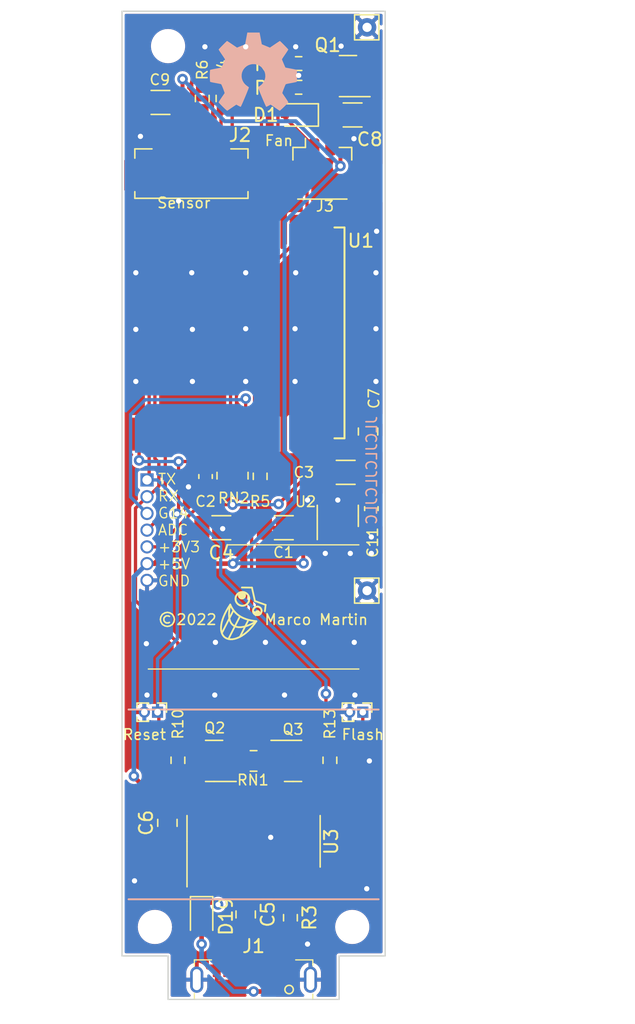
<source format=kicad_pcb>
(kicad_pcb (version 20211014) (generator pcbnew)
  (layers (0 "F.Cu" signal) (31 "B.Cu" signal) (34 "B.Paste" user) (35 "F.Paste" user) (36 "B.SilkS" user "B.Silkscreen") (37 "F.SilkS" user "F.Silkscreen") (38 "B.Mask" user) (39 "F.Mask" user) (44 "Edge.Cuts" user))
  (net 0 "")
  (net 1 "GND")
  (net 2 "+5V")
  (net 3 "GPIO2")
  (net 8 "Net-(J1-PadA5)")
  (net 9 "Net-(D1-Pad2)")
  (net 10 "Net-(Q1-Pad1)")
  (net 11 "GPIO15")
  (net 12 "Net-(RN2-Pad4)")
  (net 13 "GPIO10")
  (net 14 "GPIO9")
  (net 15 "GPIO4")
  (net 16 "GPIO13")
  (net 17 "GPIO12")
  (net 18 "GPIO14")
  (net 19 "GPIO16")
  (net 20 "Net-(C5-Pad1)")
  (net 21 "RX")
  (net 22 "TX")
  (net 23 "Net-(Q2-Pad1)")
  (net 24 "RST")
  (net 25 "Net-(Q2-Pad2)")
  (net 26 "GPIO0")
  (net 27 "Net-(Q3-Pad2)")
  (net 36 "+3V3")
  (net 37 "Net-(D19-Pad2)")
  (net 38 "GPIO5")
  (net 39 "Net-(R10-Pad2)")
  (net 40 "Net-(R13-Pad2)")
  (net 41 "/D_P")
  (net 42 "/D_N")
  (net 43 "Net-(C11-Pad1)")
  (net 44 "Net-(Q3-Pad1)")
  (net 45 "ADC")
  (net 46 "Net-(J2-Pad3)")
  (net 47 "Net-(J2-Pad4)")
  (footprint "Package_TO_SOT_SMD:SOT-23-5" (layer "F.Cu") (at 46.4 68.3 90)
    (fp_text reference "U2")
    (fp_text value "SPX3819M5-L-3-3_SOT-23-5")
  )
  (footprint "espriktning:usb-c-vertical-8" (layer "F.Cu") (at 40 103.5)
    (fp_text reference "J1")
    (fp_text value "USB_C_Receptacle_USB2.0")
  )
  (footprint "Resistor_SMD:R_0603_1608Metric" (layer "F.Cu") (at 42.8 98.8 -90)
    (fp_text reference "R3")
    (fp_text value "5.1k")
  )
  (footprint "espriktning:X1502WVS-04-9TSN" (layer "F.Cu") (at 35.275 42.2)
    (fp_text reference "J2")
    (fp_text value "Conn_Sensor")
  )
  (footprint "Resistor_SMD:R_0603_1608Metric" (layer "F.Cu") (at 43.425 35.775 180)
    (fp_text reference "R8")
    (fp_text value "100")
  )
  (footprint "Resistor_SMD:R_0603_1608Metric" (layer "F.Cu") (at 43.425 33.975 180)
    (fp_text reference "R9")
    (fp_text value "12k")
  )
  (footprint "Connector_Molex:Molex_PicoBlade_53398-0271_1x02-1MP_P1.25mm_Vertical" (layer "F.Cu") (at 45.225 41.55)
    (fp_text reference "J3")
    (fp_text value "Conn_Fan")
  )
  (footprint "Resistor_SMD:R_0603_1608Metric" (layer "F.Cu") (at 40.5 65.3 -90)
    (fp_text reference "R5")
    (fp_text value "12k")
  )
  (footprint "Capacitor_SMD:C_1206_3216Metric" (layer "F.Cu") (at 47 65)
    (fp_text reference "C3")
    (fp_text value "10u")
  )
  (footprint "Capacitor_SMD:C_1206_3216Metric" (layer "F.Cu") (at 37.55 69.2)
    (fp_text reference "C4")
    (fp_text value "10u")
  )
  (footprint "Connector_PinHeader_1.00mm:PinHeader_1x02_P1.00mm_Vertical" (layer "F.Cu") (at 32.7 83.2 -90)
    (fp_text reference "SW1" hide)
    (fp_text value "Reset")
  )
  (footprint "Connector_PinHeader_1.00mm:PinHeader_1x02_P1.00mm_Vertical" (layer "F.Cu") (at 48.3 83.2 -90)
    (fp_text reference "SW2" hide)
    (fp_text value "Flash")
  )
  (footprint "MountingHole:MountingHole_2.1mm" (layer "F.Cu") (at 32.5 99.5)
    (fp_text reference "REF**" hide)
    (fp_text value "MountingHole_2.1mm" hide)
  )
  (footprint "MountingHole:MountingHole_2.1mm" (layer "F.Cu") (at 47.5 99.5)
    (fp_text reference "REF**" hide)
    (fp_text value "MountingHole_2.1mm" hide)
  )
  (footprint "Capacitor_SMD:C_0603_1608Metric" (layer "F.Cu") (at 36.35 65.314511 -90)
    (fp_text reference "C2")
    (fp_text value "470p")
  )
  (footprint "Capacitor_SMD:C_0805_2012Metric" (layer "F.Cu") (at 48.7 61.9 -90)
    (fp_text reference "C7")
    (fp_text value "100u")
  )
  (footprint "Capacitor_SMD:C_0805_2012Metric" (layer "F.Cu") (at 39.4 98.55 -90)
    (fp_text reference "C5")
    (fp_text value "100n")
  )
  (footprint "Capacitor_SMD:C_0805_2012Metric" (layer "F.Cu") (at 33.45 91.6 -90)
    (fp_text reference "C6")
    (fp_text value "100n")
  )
  (footprint "Package_TO_SOT_SMD:SOT-23" (layer "F.Cu") (at 37 86.9 180)
    (fp_text reference "Q2")
    (fp_text value "S8050")
  )
  (footprint "Package_TO_SOT_SMD:SOT-23" (layer "F.Cu") (at 43 86.9)
    (fp_text reference "Q3")
    (fp_text value "S8050")
  )
  (footprint "Package_SO:SOIC-16_3.9x9.9mm_P1.27mm" (layer "F.Cu") (at 40 93 90)
    (fp_text reference "U3")
    (fp_text value "CH340C")
  )
  (footprint "Capacitor_SMD:C_1206_3216Metric" (layer "F.Cu") (at 47.525 37.875)
    (fp_text reference "C8")
    (fp_text value "10u")
  )
  (footprint "Capacitor_SMD:C_1206_3216Metric" (layer "F.Cu") (at 32.925 36.925 180)
    (fp_text reference "C9")
    (fp_text value "10u")
  )
  (footprint "Diode_SMD:D_SOD-323" (layer "F.Cu") (at 36.05 98.7 -90)
    (fp_text reference "D19")
    (fp_text value "1N4007")
  )
  (footprint "Resistor_SMD:R_0603_1608Metric" (layer "F.Cu") (at 34.25 86.85 -90)
    (fp_text reference "R10")
    (fp_text value "470R")
  )
  (footprint "Resistor_SMD:R_0603_1608Metric" (layer "F.Cu") (at 45.8 86.85 -90)
    (fp_text reference "R13")
    (fp_text value "470R")
  )
  (footprint "Diode_SMD:D_SOD-323" (layer "F.Cu") (at 43.425 37.875 180)
    (fp_text reference "D1")
    (fp_text value "1N4007")
  )
  (footprint "ESP8266:ESP-12E_SMD" (layer "F.Cu") (at 31.2875 61.4 90)
    (fp_text reference "U1")
    (fp_text value "ESP-12F" hide)
  )
  (footprint "Package_TO_SOT_SMD:SOT-23" (layer "F.Cu") (at 47.175 34.925 180)
    (fp_text reference "Q1")
    (fp_text value "2N7002K")
  )
  (footprint "Capacitor_SMD:C_1206_3216Metric" (layer "F.Cu") (at 42.3 69.2 180)
    (fp_text reference "C1")
    (fp_text value "10u")
  )
  (footprint "Capacitor_SMD:C_0603_1608Metric" (layer "F.Cu") (at 48.95 67.75 -90)
    (fp_text reference "C11")
    (fp_text value "470p")
  )
  (footprint "Connector_Pin:Pin_D0.7mm_L6.5mm_W1.8mm_FlatFork" (layer "F.Cu") (at 48.625 73.975)
    (fp_text reference "J6" hide)
    (fp_text value "Conn_01x01_Male" hide)
  )
  (footprint "Resistor_SMD:R_Array_Convex_2x0402" (layer "F.Cu") (at 40 86.9 180)
    (fp_text reference "RN1")
    (fp_text value "10k")
  )
  (footprint "Resistor_SMD:R_Array_Convex_4x0402" (layer "F.Cu") (at 38.4 65.25 -90)
    (fp_text reference "RN2")
    (fp_text value "12k")
  )
  (footprint "Connector_PinSocket_1.27mm:PinSocket_1x07_P1.27mm_Vertical" (layer "F.Cu") (at 31.9 65.575)
    (fp_text reference "J4" hide)
    (fp_text value "Conn_01x08")
  )
  (footprint "MountingHole:MountingHole_2.1mm" (layer "F.Cu") (at 33.5 32.65)
    (fp_text reference "REF**" hide)
    (fp_text value "MountingHole_2.1mm" hide)
  )
  (footprint "Resistor_SMD:R_0603_1608Metric" (layer "F.Cu") (at 36.1 36.625 90)
    (fp_text reference "R6")
    (fp_text value "470R")
  )
  (footprint "Connector_Pin:Pin_D0.7mm_L6.5mm_W1.8mm_FlatFork" (layer "F.Cu") (at 48.625 31.225)
    (fp_text reference "J7" hide)
    (fp_text value "Conn_01x01_Male" hide)
  )
  (footprint "Resistor_SMD:R_0603_1608Metric" (layer "F.Cu") (at 37.675 36.625 90)
    (fp_text reference "R4")
    (fp_text value "470R")
  )
  (footprint "Symbol:OSHW-Symbol_6.7x6mm_SilkScreen" (layer "B.Cu") (at 40 34.6 180)
    (fp_text reference "REF**" hide)
    (fp_text value "OSHW-Symbol_6.7x6mm_SilkScreen" hide)
  )
  (gr_line (start 30.5 83) (end 49.5 83) (layer "B.SilkS") (width 0.15))
  (gr_line (start 30.5 97.4) (end 49.5 97.4) (layer "B.SilkS") (width 0.15))
  (gr_line (start 40.476316 75.772272) (end 40.463574 75.781333) (layer "F.SilkS") (width 0.135466))
  (gr_line (start 39.59482 74.330458) (end 39.607383 74.352306) (layer "F.SilkS") (width 0.135466))
  (gr_line (start 39.701951 76.213546) (end 39.865823 76.247273) (layer "F.SilkS") (width 0.135466))
  (gr_line (start 39.67035 74.600984) (end 39.67035 74.600984) (layer "F.SilkS") (width 0.135466))
  (gr_line (start 40.113339 75.789786) (end 40.100153 75.781333) (layer "F.SilkS") (width 0.135466))
  (gr_line (start 40.248634 75.188516) (end 40.265139 75.187261) (layer "F.SilkS") (width 0.135466))
  (gr_line (start 38.161545 76.090112) (end 38.1441 75.97623) (layer "F.SilkS") (width 0.135466))
  (gr_line (start 39.14864 74.079274) (end 39.175487 74.079953) (layer "F.SilkS") (width 0.135466))
  (gr_line (start 38.70246 74.871509) (end 38.689898 74.849662) (layer "F.SilkS") (width 0.135466))
  (gr_line (start 40.185218 75.20145) (end 40.200641 75.19707) (layer "F.SilkS") (width 0.135466))
  (gr_line (start 40.265139 75.187261) (end 40.281863 75.186839) (layer "F.SilkS") (width 0.135466))
  (gr_line (start 39.499426 74.987163) (end 39.480496 75.00356) (layer "F.SilkS") (width 0.135466))
  (gr_line (start 40.488593 75.762624) (end 40.476316 75.772272) (layer "F.SilkS") (width 0.135466))
  (gr_line (start 38.186531 76.194061) (end 38.161545 76.090112) (layer "F.SilkS") (width 0.135466))
  (gr_line (start 38.678376 74.374801) (end 38.689898 74.352306) (layer "F.SilkS") (width 0.135466))
  (gr_line (start 39.175487 74.079953) (end 39.201982 74.081967) (layer "F.SilkS") (width 0.135466))
  (gr_line (start 40.281863 75.836838) (end 40.265139 75.836415) (layer "F.SilkS") (width 0.135466))
  (gr_line (start 39.018257 74.095699) (end 39.043497 74.089873) (layer "F.SilkS") (width 0.135466))
  (gr_line (start 38.864394 75.852601) (end 38.924342 75.893835) (layer "F.SilkS") (width 0.135466))
  (gr_line (start 39.551217 74.93284) (end 39.534819 74.95177) (layer "F.SilkS") (width 0.135466))
  (gr_line (start 40.581323 75.638343) (end 40.574814 75.652739) (layer "F.SilkS") (width 0.135466))
  (gr_line (start 38.329718 75.248777) (end 38.368635 75.315646) (layer "F.SilkS") (width 0.135466))
  (gr_line (start 39.659751 74.495841) (end 39.664339 74.521532) (layer "F.SilkS") (width 0.135466))
  (gr_line (start 39.279024 75.106269) (end 39.253783 75.112094) (layer "F.SilkS") (width 0.135466))
  (gr_line (start 40.522434 75.73036) (end 40.511673 75.741647) (layer "F.SilkS") (width 0.135466))
  (gr_line (start 38.856947 75.033594) (end 38.836493 75.019048) (layer "F.SilkS") (width 0.135466))
  (gr_line (start 39.095298 74.081967) (end 39.121793 74.079953) (layer "F.SilkS") (width 0.135466))
  (gr_line (start 40.511673 75.282029) (end 40.522434 75.293316) (layer "F.SilkS") (width 0.135466))
  (gr_line (start 38.667929 74.804057) (end 38.658587 74.780365) (layer "F.SilkS") (width 0.135466))
  (gr_line (start 39.638693 74.780365) (end 39.629352 74.804057) (layer "F.SilkS") (width 0.135466))
  (gr_line (start 39.043497 74.089873) (end 39.069189 74.085285) (layer "F.SilkS") (width 0.135466))
  (gr_line (start 39.544843 76.1727) (end 39.701951 76.213546) (layer "F.SilkS") (width 0.135466))
  (gr_line (start 40.393609 75.817117) (end 40.378508 75.822226) (layer "F.SilkS") (width 0.135466))
  (gr_line (start 39.440333 74.168374) (end 39.460788 74.182919) (layer "F.SilkS") (width 0.135466))
  (gr_line (start 38.856947 74.168374) (end 38.878115 74.154804) (layer "F.SilkS") (width 0.135466))
  (gr_line (start 39.669671 74.627831) (end 39.667657 74.654325) (layer "F.SilkS") (width 0.135466))
  (gr_line (start 39.419166 74.154804) (end 39.440333 74.168374) (layer "F.SilkS") (width 0.135466))
  (gr_line (start 39.251332 76.068611) (end 39.322089 76.097513) (layer "F.SilkS") (width 0.135466))
  (gr_line (start 39.960609 75.462344) (end 39.963467 75.446339) (layer "F.SilkS") (width 0.135466))
  (gr_line (start 40.488593 75.261053) (end 40.500386 75.271267) (layer "F.SilkS") (width 0.135466))
  (gr_line (start 39.646895 74.756124) (end 39.638693 74.780365) (layer "F.SilkS") (width 0.135466))
  (gr_line (start 37.537428 77.015441) (end 37.523776 76.872533) (layer "F.SilkS") (width 0.135466))
  (gr_line (start 40.605185 75.545067) (end 40.603118 75.561332) (layer "F.SilkS") (width 0.135466))
  (gr_line (start 39.960609 75.561332) (end 39.958542 75.545067) (layer "F.SilkS") (width 0.135466))
  (gr_line (start 39.175487 75.122015) (end 39.14864 75.122693) (layer "F.SilkS") (width 0.135466))
  (gr_line (start 40.02143 75.70629) (end 40.012369 75.693548) (layer "F.SilkS") (width 0.135466))
  (gr_line (start 39.956864 75.511838) (end 39.956864 75.511838) (layer "F.SilkS") (width 0.135466))
  (gr_line (start 39.253783 75.112094) (end 39.228091 75.116682) (layer "F.SilkS") (width 0.135466))
  (gr_line (start 39.988912 75.370937) (end 39.996089 75.356924) (layer "F.SilkS") (width 0.135466))
  (gr_line (start 40.596631 75.59306) (end 40.592252 75.608483) (layer "F.SilkS") (width 0.135466))
  (gr_line (start 40.298588 75.836415) (end 40.281863 75.836838) (layer "F.SilkS") (width 0.135466))
  (gr_line (start 40.606863 75.511838) (end 40.606863 75.511838) (layer "F.SilkS") (width 0.135466))
  (gr_line (start 39.14864 74.079274) (end 39.14864 74.079274) (layer "F.SilkS") (width 0.135466))
  (gr_line (start 39.328022 75.091036) (end 39.303781 75.099238) (layer "F.SilkS") (width 0.135466))
  (gr_line (start 38.658587 74.421602) (end 38.667929 74.397911) (layer "F.SilkS") (width 0.135466))
  (gr_line (start 40.126949 75.797612) (end 40.113339 75.789786) (layer "F.SilkS") (width 0.135466))
  (gr_line (start 39.201982 75.12) (end 39.175487 75.122015) (layer "F.SilkS") (width 0.135466))
  (gr_line (start 40.216364 75.830235) (end 40.200641 75.826606) (layer "F.SilkS") (width 0.135466))
  (gr_line (start 39.669671 74.574137) (end 39.67035 74.600984) (layer "F.SilkS") (width 0.135466))
  (gr_line (start 39.182345 76.037734) (end 39.251332 76.068611) (layer "F.SilkS") (width 0.135466))
  (gr_line (start 38.678376 74.827166) (end 38.667929 74.804057) (layer "F.SilkS") (width 0.135466))
  (gr_line (start 37.713468 75.967922) (end 37.808853 75.750939) (layer "F.SilkS") (width 0.135466))
  (gr_line (start 38.629624 74.547642) (end 38.632941 74.521532) (layer "F.SilkS") (width 0.135466))
  (gr_line (start 39.963467 75.446339) (end 39.967096 75.430615) (layer "F.SilkS") (width 0.135466))
  (gr_line (start 37.910219 77.583335) (end 37.817641 77.524552) (layer "F.SilkS") (width 0.135466))
  (gr_line (start 38.899962 75.059726) (end 38.878115 75.047164) (layer "F.SilkS") (width 0.135466))
  (gr_line (start 39.517545 74.969888) (end 39.499426 74.987163) (layer "F.SilkS") (width 0.135466))
  (gr_line (start 38.948723 77.490244) (end 38.797756 77.559256) (layer "F.SilkS") (width 0.135466))
  (gr_line (start 40.436777 75.797612) (end 40.422764 75.804789) (layer "F.SilkS") (width 0.135466))
  (gr_line (start 39.499426 74.214805) (end 39.517545 74.232079) (layer "F.SilkS") (width 0.135466))
  (gr_line (start 38.224957 75.032891) (end 38.257866 75.107432) (layer "F.SilkS") (width 0.135466))
  (gr_line (start 39.049728 75.969927) (end 39.115139 76.00485) (layer "F.SilkS") (width 0.135466))
  (gr_line (start 39.121793 75.122015) (end 39.095298 75.12) (layer "F.SilkS") (width 0.135466))
  (gr_line (start 40.126949 75.226064) (end 40.140962 75.218887) (layer "F.SilkS") (width 0.135466))
  (gr_line (start 39.967096 75.59306) (end 39.963467 75.577337) (layer "F.SilkS") (width 0.135466))
  (gr_line (start 39.397318 74.142241) (end 39.419166 74.154804) (layer "F.SilkS") (width 0.135466))
  (gr_line (start 40.463574 75.781333) (end 40.450387 75.789786) (layer "F.SilkS") (width 0.135466))
  (gr_line (start 48 70.5) (end 38 70.5) (layer "F.SilkS") (width 0.1))
  (gr_line (start 38.452388 75.44194) (end 38.497197 75.501429) (layer "F.SilkS") (width 0.135466))
  (gr_line (start 40.100153 75.781333) (end 40.087411 75.772272) (layer "F.SilkS") (width 0.135466))
  (gr_line (start 39.579573 77.039099) (end 39.419486 77.178708) (layer "F.SilkS") (width 0.135466))
  (gr_line (start 39.988912 75.652739) (end 39.982404 75.638343) (layer "F.SilkS") (width 0.135466))
  (gr_line (start 39.442671 76.666035) (end 39.340389 76.695488) (layer "F.SilkS") (width 0.135466))
  (gr_line (start 38.730575 74.288836) (end 38.746063 74.269128) (layer "F.SilkS") (width 0.135466))
  (gr_line (start 38.797756 77.559256) (end 38.65116 77.611317) (layer "F.SilkS") (width 0.135466))
  (gr_line (start 38.464431 75.481904) (end 37.600615 77.175323) (layer "F.SilkS") (width 0.135466))
  (gr_line (start 40.036355 76.274139) (end 40.213442 76.294403) (layer "F.SilkS") (width 0.135466))
  (gr_line (start 40.075133 75.762624) (end 40.063341 75.752409) (layer "F.SilkS") (width 0.135466))
  (gr_line (start 39.996089 75.356924) (end 40.003915 75.343314) (layer "F.SilkS") (width 0.135466))
  (gr_line (start 38.224957 75.032891) (end 38.224957 75.032891) (layer "F.SilkS") (width 0.135466))
  (gr_line (start 37.523776 76.872533) (end 37.526205 76.716582) (layer "F.SilkS") (width 0.135466))
  (gr_line (start 39.303781 75.099238) (end 39.279024 75.106269) (layer "F.SilkS") (width 0.135466))
  (gr_line (start 40.031078 75.305108) (end 40.041293 75.293316) (layer "F.SilkS") (width 0.135466))
  (gr_line (start 39.480496 74.198407) (end 39.499426 74.214805) (layer "F.SilkS") (width 0.135466))
  (gr_line (start 37.808853 75.750939) (end 37.925338 75.522587) (layer "F.SilkS") (width 0.135466))
  (gr_line (start 40.592252 75.608483) (end 40.587142 75.623584) (layer "F.SilkS") (width 0.135466))
  (gr_line (start 39.228091 74.085285) (end 39.253783 74.089873) (layer "F.SilkS") (width 0.135466))
  (gr_line (start 40.587142 75.623584) (end 40.581323 75.638343) (layer "F.SilkS") (width 0.135466))
  (gr_line (start 40.281863 75.186839) (end 40.298588 75.187261) (layer "F.SilkS") (width 0.135466))
  (gr_line (start 39.607383 74.849662) (end 39.59482 74.871509) (layer "F.SilkS") (width 0.135466))
  (gr_line (start 40.542297 75.317386) (end 40.551358 75.330128) (layer "F.SilkS") (width 0.135466))
  (gr_line (start 40.02143 75.317386) (end 40.031078 75.305108) (layer "F.SilkS") (width 0.135466))
  (gr_line (start 40.113339 75.23389) (end 40.126949 75.226064) (layer "F.SilkS") (width 0.135466))
  (gr_line (start 40.450387 75.789786) (end 40.436777 75.797612) (layer "F.SilkS") (width 0.135466))
  (gr_line (start 40.185218 75.822226) (end 40.170117 75.817117) (layer "F.SilkS") (width 0.135466))
  (gr_line (start 38.762461 74.250198) (end 38.779735 74.232079) (layer "F.SilkS") (width 0.135466))
  (gr_line (start 40.347362 75.193441) (end 40.363086 75.19707) (layer "F.SilkS") (width 0.135466))
  (gr_line (start 38.779735 74.969888) (end 38.762461 74.95177) (layer "F.SilkS") (width 0.135466))
  (gr_line (start 40.532649 75.305108) (end 40.542297 75.317386) (layer "F.SilkS") (width 0.135466))
  (gr_line (start 38.245963 77.668583) (end 38.125216 77.65563) (layer "F.SilkS") (width 0.135466))
  (gr_line (start 39.899476 76.704561) (end 39.739848 76.881143) (layer "F.SilkS") (width 0.135466))
  (gr_line (start 40.596631 75.430615) (end 40.60026 75.446339) (layer "F.SilkS") (width 0.135466))
  (gr_line (start 38.368635 75.315646) (end 38.409529 75.380023) (layer "F.SilkS") (width 0.135466))
  (gr_line (start 39.566705 74.913131) (end 39.551217 74.93284) (layer "F.SilkS") (width 0.135466))
  (gr_line (start 40.914757 75.058549) (end 40.914757 75.058549) (layer "F.SilkS") (width 0.135466))
  (gr_line (start 40.155359 75.212379) (end 40.170117 75.206559) (layer "F.SilkS") (width 0.135466))
  (gr_line (start 40.102258 74.763483) (end 40.102258 74.763483) (layer "F.SilkS") (width 0.135466))
  (gr_line (start 39.956864 75.511838) (end 39.956864 75.511838) (layer "F.SilkS") (width 0.135466))
  (gr_line (start 40.574814 75.370937) (end 40.581323 75.385333) (layer "F.SilkS") (width 0.135466))
  (gr_line (start 40.542297 75.70629) (end 40.532649 75.718568) (layer "F.SilkS") (width 0.135466))
  (gr_line (start 38.65116 77.611317) (end 38.509771 77.646706) (layer "F.SilkS") (width 0.135466))
  (gr_line (start 40.522434 75.293316) (end 40.532649 75.305108) (layer "F.SilkS") (width 0.135466))
  (gr_line (start 38.29279 75.179383) (end 38.329718 75.248777) (layer "F.SilkS") (width 0.135466))
  (gr_line (start 40.463574 75.242343) (end 40.476316 75.251404) (layer "F.SilkS") (width 0.135466))
  (gr_line (start 39.460788 74.182919) (end 39.480496 74.198407) (layer "F.SilkS") (width 0.135466))
  (gr_line (start 40.408368 75.212379) (end 40.422764 75.218887) (layer "F.SilkS") (width 0.135466))
  (gr_line (start 39.480496 75.00356) (end 39.460788 75.019048) (layer "F.SilkS") (width 0.135466))
  (gr_line (start 39.607383 74.352306) (end 39.618904 74.374801) (layer "F.SilkS") (width 0.135466))
  (gr_line (start 38.730575 74.913131) (end 38.71603 74.892677) (layer "F.SilkS") (width 0.135466))
  (gr_line (start 39.618904 74.827166) (end 39.607383 74.849662) (layer "F.SilkS") (width 0.135466))
  (gr_line (start 38.816784 74.198407) (end 38.836493 74.182919) (layer "F.SilkS") (width 0.135466))
  (gr_line (start 38.878115 74.154804) (end 38.899962 74.142241) (layer "F.SilkS") (width 0.135466))
  (gr_line (start 40.012369 75.330128) (end 40.02143 75.317386) (layer "F.SilkS") (width 0.135466))
  (gr_line (start 40.60026 75.446339) (end 40.603118 75.462344) (layer "F.SilkS") (width 0.135466))
  (gr_line (start 40.281863 75.836838) (end 40.281863 75.836838) (layer "F.SilkS") (width 0.135466))
  (gr_line (start 38.544626 76.663055) (end 38.47617 76.622147) (layer "F.SilkS") (width 0.135466))
  (gr_line (start 39.982404 75.638343) (end 39.976585 75.623584) (layer "F.SilkS") (width 0.135466))
  (gr_line (start 38.70246 74.330458) (end 38.71603 74.309291) (layer "F.SilkS") (width 0.135466))
  (gr_line (start 39.303781 74.102729) (end 39.328022 74.110931) (layer "F.SilkS") (width 0.135466))
  (gr_line (start 38.953444 76.751049) (end 38.863917 76.748218) (layer "F.SilkS") (width 0.135466))
  (gr_line (start 39.351713 75.081695) (end 39.328022 75.091036) (layer "F.SilkS") (width 0.135466))
  (gr_poly (pts (xy 39.353903 74.335852) (xy 39.353592 74.348176) (xy 39.352667 74.360337) (xy 39.351144 74.372322) (xy 39.349038 74.384115) (xy 39.346364 74.3957) (xy 39.343137 74.407064) (xy 39.339372 74.418191) (xy 39.335084 74.429066) (xy 39.330289 74.439674) (xy 39.325 74.45) (xy 39.319234 74.460028) (xy 39.313005 74.469744) (xy 39.306328 74.479133) (xy 39.299219 74.48818) (xy 39.291692 74.496869) (xy 39.283763 74.505186) (xy 39.275446 74.513115) (xy 39.266757 74.520642) (xy 39.257711 74.527751) (xy 39.248322 74.534427) (xy 39.238606 74.540656) (xy 39.228577 74.546423) (xy 39.218251 74.551711) (xy 39.207644 74.556507) (xy 39.196769 74.560795) (xy 39.185642 74.56456) (xy 39.174278 74.567787) (xy 39.162692 74.570461) (xy 39.150899 74.572567) (xy 39.138915 74.574089) (xy 39.126753 74.575014) (xy 39.11443 74.575326) (xy 39.102107 74.575014) (xy 39.089945 74.574089) (xy 39.07796 74.572567) (xy 39.066168 74.570461) (xy 39.054582 74.567787) (xy 39.043218 74.56456) (xy 39.032091 74.560795) (xy 39.021216 74.556507) (xy 39.010608 74.551711) (xy 39.000283 74.546423) (xy 38.990254 74.540656) (xy 38.980538 74.534427) (xy 38.971149 74.527751) (xy 38.962103 74.520642) (xy 38.953413 74.513115) (xy 38.945097 74.505186) (xy 38.937167 74.496869) (xy 38.929641 74.48818) (xy 38.922532 74.479133) (xy 38.915855 74.469744) (xy 38.909626 74.460028) (xy 38.90386 74.45) (xy 38.898571 74.439674) (xy 38.893776 74.429066) (xy 38.889488 74.418191) (xy 38.885723 74.407064) (xy 38.882496 74.3957) (xy 38.879822 74.384115) (xy 38.877716 74.372322) (xy 38.876193 74.360337) (xy 38.875268 74.348176) (xy 38.874957 74.335852) (xy 38.875268 74.323529) (xy 38.876193 74.311368) (xy 38.877716 74.299383) (xy 38.879822 74.28759) (xy 38.882496 74.276004) (xy 38.885723 74.26464) (xy 38.889488 74.253513) (xy 38.893776 74.242639) (xy 38.898571 74.232031) (xy 38.90386 74.221705) (xy 38.909626 74.211677) (xy 38.915855 74.201961) (xy 38.922532 74.192572) (xy 38.929641 74.183525) (xy 38.937167 74.174836) (xy 38.945097 74.166519) (xy 38.953413 74.15859) (xy 38.962103 74.151063) (xy 38.971149 74.143954) (xy 38.980538 74.137277) (xy 38.990254 74.131048) (xy 39.000283 74.125282) (xy 39.010608 74.119994) (xy 39.021216 74.115198) (xy 39.032091 74.11091) (xy 39.043218 74.107145) (xy 39.054582 74.103918) (xy 39.066168 74.101244) (xy 39.07796 74.099138) (xy 39.089945 74.097615) (xy 39.102107 74.096691) (xy 39.11443 74.096379) (xy 39.126753 74.096691) (xy 39.138915 74.097615) (xy 39.150899 74.099138) (xy 39.162692 74.101244) (xy 39.174278 74.103918) (xy 39.185642 74.107145) (xy 39.196769 74.11091) (xy 39.207644 74.115198) (xy 39.218251 74.119994) (xy 39.228577 74.125282) (xy 39.238606 74.131048) (xy 39.248322 74.137277) (xy 39.257711 74.143954) (xy 39.266757 74.151063) (xy 39.275446 74.15859) (xy 39.283763 74.166519) (xy 39.291692 74.174836) (xy 39.299219 74.183525) (xy 39.306328 74.192572) (xy 39.313005 74.201961) (xy 39.319234 74.211677) (xy 39.325 74.221705) (xy 39.330289 74.232031) (xy 39.335084 74.242639) (xy 39.339372 74.253513) (xy 39.343137 74.26464) (xy 39.346364 74.276004) (xy 39.349038 74.28759) (xy 39.351144 74.299383) (xy 39.352667 74.311368) (xy 39.353592 74.323529) (xy 39.353903 74.335852)) (layer "F.SilkS") (width 0.135466) (fill solid))
  (gr_line (start 40.559812 75.680362) (end 40.551358 75.693548) (layer "F.SilkS") (width 0.135466))
  (gr_line (start 39.996089 75.666752) (end 39.988912 75.652739) (layer "F.SilkS") (width 0.135466))
  (gr_line (start 39.971475 75.608483) (end 39.967096 75.59306) (layer "F.SilkS") (width 0.135466))
  (gr_line (start 38.658587 74.780365) (end 38.650385 74.756124) (layer "F.SilkS") (width 0.135466))
  (gr_line (start 40.363086 75.826606) (end 40.347362 75.830235) (layer "F.SilkS") (width 0.135466))
  (gr_line (start 39.958542 75.478609) (end 39.960609 75.462344) (layer "F.SilkS") (width 0.135466))
  (gr_line (start 40.603118 75.561332) (end 40.60026 75.577337) (layer "F.SilkS") (width 0.135466))
  (gr_line (start 40.574814 75.652739) (end 40.567637 75.666752) (layer "F.SilkS") (width 0.135466))
  (gr_line (start 39.440333 75.033594) (end 39.419166 75.047164) (layer "F.SilkS") (width 0.135466))
  (gr_line (start 40.603118 75.462344) (end 40.605185 75.478609) (layer "F.SilkS") (width 0.135466))
  (gr_line (start 39.228091 75.116682) (end 39.201982 75.12) (layer "F.SilkS") (width 0.135466))
  (gr_line (start 40.003915 75.343314) (end 40.012369 75.330128) (layer "F.SilkS") (width 0.135466))
  (gr_line (start 38.945567 74.120272) (end 38.969259 74.110931) (layer "F.SilkS") (width 0.135466))
  (gr_line (start 38.156375 75.416742) (end 38.181622 75.249721) (layer "F.SilkS") (width 0.135466))
  (gr_line (start 40.551358 75.330128) (end 40.559812 75.343314) (layer "F.SilkS") (width 0.135466))
  (gr_line (start 40.567637 75.356924) (end 40.574814 75.370937) (layer "F.SilkS") (width 0.135466))
  (gr_line (start 39.517545 74.232079) (end 39.534819 74.250198) (layer "F.SilkS") (width 0.135466))
  (gr_line (start 40.60026 75.577337) (end 40.596631 75.59306) (layer "F.SilkS") (width 0.135466))
  (gr_line (start 39.629352 74.804057) (end 39.618904 74.827166) (layer "F.SilkS") (width 0.135466))
  (gr_line (start 39.340389 76.695488) (end 39.239992 76.718948) (layer "F.SilkS") (width 0.135466))
  (gr_line (start 38.412926 76.572927) (end 38.355227 76.515166) (layer "F.SilkS") (width 0.135466))
  (gr_line (start 39.566705 74.288836) (end 39.58125 74.309291) (layer "F.SilkS") (width 0.135466))
  (gr_line (start 40.140962 75.218887) (end 40.155359 75.212379) (layer "F.SilkS") (width 0.135466))
  (gr_line (start 38.643355 74.731367) (end 38.637529 74.706126) (layer "F.SilkS") (width 0.135466))
  (gr_line (start 39.260424 77.300249) (end 39.103225 77.404001) (layer "F.SilkS") (width 0.135466))
  (gr_line (start 40.532649 75.718568) (end 40.522434 75.73036) (layer "F.SilkS") (width 0.135466))
  (gr_line (start 39.653925 74.731367) (end 39.646895 74.756124) (layer "F.SilkS") (width 0.135466))
  (gr_line (start 40.170117 75.817117) (end 40.155359 75.811297) (layer "F.SilkS") (width 0.135466))
  (gr_line (start 37.545552 76.547867) (end 37.582654 76.366665) (layer "F.SilkS") (width 0.135466))
  (gr_line (start 40.450387 75.23389) (end 40.463574 75.242343) (layer "F.SilkS") (width 0.135466))
  (gr_line (start 40.057619 76.509074) (end 39.899476 76.704561) (layer "F.SilkS") (width 0.135466))
  (gr_line (start 40.281863 75.186839) (end 40.281863 75.186839) (layer "F.SilkS") (width 0.135466))
  (gr_line (start 38.779735 74.232079) (end 38.797854 74.214805) (layer "F.SilkS") (width 0.135466))
  (gr_line (start 38.627609 74.574137) (end 38.629624 74.547642) (layer "F.SilkS") (width 0.135466))
  (gr_line (start 38.1441 75.97623) (end 38.134527 75.852184) (layer "F.SilkS") (width 0.135466))
  (gr_line (start 48 79.925) (end 32 79.925) (layer "F.SilkS") (width 0.1))
  (gr_line (start 39.534819 74.250198) (end 39.551217 74.269128) (layer "F.SilkS") (width 0.135466))
  (gr_line (start 38.969259 74.110931) (end 38.9935 74.102729) (layer "F.SilkS") (width 0.135466))
  (gr_line (start 39.60193 76.208877) (end 38.969035 77.474666) (layer "F.SilkS") (width 0.135466))
  (gr_line (start 39.865823 76.247273) (end 40.036355 76.274139) (layer "F.SilkS") (width 0.135466))
  (gr_poly (pts (xy 40.153995 75.677002) (xy 40.154189 75.669325) (xy 40.154765 75.661749) (xy 40.155714 75.654283) (xy 40.157025 75.646937) (xy 40.158691 75.639719) (xy 40.160701 75.63264) (xy 40.163047 75.625709) (xy 40.165718 75.618934) (xy 40.168705 75.612326) (xy 40.172 75.605894) (xy 40.175592 75.599647) (xy 40.179472 75.593594) (xy 40.183631 75.587745) (xy 40.18806 75.58211) (xy 40.192749 75.576697) (xy 40.197688 75.571516) (xy 40.202869 75.566576) (xy 40.208282 75.561887) (xy 40.213918 75.557459) (xy 40.219767 75.5533) (xy 40.225819 75.549419) (xy 40.232066 75.545827) (xy 40.238499 75.542533) (xy 40.245107 75.539545) (xy 40.251881 75.536874) (xy 40.258813 75.534529) (xy 40.265892 75.532518) (xy 40.273109 75.530853) (xy 40.280456 75.529541) (xy 40.287922 75.528592) (xy 40.295498 75.528016) (xy 40.303174 75.527822) (xy 40.310851 75.528016) (xy 40.318427 75.528592) (xy 40.325893 75.529541) (xy 40.333239 75.530853) (xy 40.340457 75.532518) (xy 40.347536 75.534529) (xy 40.354468 75.536874) (xy 40.361242 75.539545) (xy 40.36785 75.542533) (xy 40.374283 75.545827) (xy 40.38053 75.549419) (xy 40.386582 75.5533) (xy 40.392431 75.557459) (xy 40.398067 75.561887) (xy 40.40348 75.566576) (xy 40.408661 75.571516) (xy 40.4136 75.576697) (xy 40.418289 75.58211) (xy 40.422718 75.587745) (xy 40.426877 75.593594) (xy 40.430757 75.599647) (xy 40.434349 75.605894) (xy 40.437644 75.612326) (xy 40.440631 75.618934) (xy 40.443302 75.625709) (xy 40.445648 75.63264) (xy 40.447658 75.639719) (xy 40.449324 75.646937) (xy 40.450636 75.654283) (xy 40.451584 75.661749) (xy 40.45216 75.669325) (xy 40.452355 75.677002) (xy 40.45216 75.684679) (xy 40.451584 75.692255) (xy 40.450636 75.69972) (xy 40.449324 75.707067) (xy 40.447658 75.714284) (xy 40.445648 75.721363) (xy 40.443302 75.728295) (xy 40.440631 75.735069) (xy 40.437644 75.741678) (xy 40.434349 75.74811) (xy 40.430757 75.754357) (xy 40.426877 75.76041) (xy 40.422718 75.766259) (xy 40.418289 75.771894) (xy 40.4136 75.777307) (xy 40.408661 75.782488) (xy 40.40348 75.787428) (xy 40.398067 75.792116) (xy 40.392431 75.796545) (xy 40.386582 75.800704) (xy 40.38053 75.804585) (xy 40.374283 75.808177) (xy 40.36785 75.811471) (xy 40.361242 75.814459) (xy 40.354468 75.81713) (xy 40.347536 75.819475) (xy 40.340457 75.821485) (xy 40.333239 75.823151) (xy 40.325893 75.824463) (xy 40.318427 75.825412) (xy 40.310851 75.825988) (xy 40.303174 75.826182) (xy 40.295498 75.825988) (xy 40.287922 75.825412) (xy 40.280456 75.824463) (xy 40.273109 75.823151) (xy 40.265892 75.821485) (xy 40.258813 75.819475) (xy 40.251881 75.81713) (xy 40.245107 75.814459) (xy 40.238499 75.811471) (xy 40.232066 75.808177) (xy 40.225819 75.804585) (xy 40.219767 75.800704) (xy 40.213918 75.796545) (xy 40.208282 75.792116) (xy 40.202869 75.787428) (xy 40.197688 75.782488) (xy 40.192749 75.777307) (xy 40.18806 75.771894) (xy 40.183631 75.766259) (xy 40.179472 75.76041) (xy 40.175592 75.754357) (xy 40.172 75.74811) (xy 40.168705 75.741678) (xy 40.165718 75.735069) (xy 40.163047 75.728295) (xy 40.160701 75.721363) (xy 40.158691 75.714284) (xy 40.157025 75.707067) (xy 40.155714 75.69972) (xy 40.154765 75.692255) (xy 40.154189 75.684679) (xy 40.153995 75.677002)) (layer "F.SilkS") (width 0.135466) (fill solid))
  (gr_line (start 39.534819 74.95177) (end 39.517545 74.969888) (layer "F.SilkS") (width 0.135466))
  (gr_line (start 38.617961 76.695885) (end 38.544626 76.663055) (layer "F.SilkS") (width 0.135466))
  (gr_line (start 38.689898 74.352306) (end 38.70246 74.330458) (layer "F.SilkS") (width 0.135466))
  (gr_line (start 38.689898 74.849662) (end 38.678376 74.827166) (layer "F.SilkS") (width 0.135466))
  (gr_line (start 38.969259 75.091036) (end 38.945567 75.081695) (layer "F.SilkS") (width 0.135466))
  (gr_line (start 40.393609 75.206559) (end 40.408368 75.212379) (layer "F.SilkS") (width 0.135466))
  (gr_line (start 38.836493 74.182919) (end 38.856947 74.168374) (layer "F.SilkS") (width 0.135466))
  (gr_line (start 39.141814 76.736183) (end 39.046187 76.74696) (layer "F.SilkS") (width 0.135466))
  (gr_line (start 40.347362 75.830235) (end 40.331357 75.833093) (layer "F.SilkS") (width 0.135466))
  (gr_line (start 39.103225 77.404001) (end 38.948723 77.490244) (layer "F.SilkS") (width 0.135466))
  (gr_line (start 38.945567 75.081695) (end 38.922457 75.071247) (layer "F.SilkS") (width 0.135466))
  (gr_line (start 40.232369 75.190583) (end 40.248634 75.188516) (layer "F.SilkS") (width 0.135466))
  (gr_line (start 39.069189 74.085285) (end 39.095298 74.081967) (layer "F.SilkS") (width 0.135466))
  (gr_line (start 39.201982 74.081967) (end 39.228091 74.085285) (layer "F.SilkS") (width 0.135466))
  (gr_line (start 40.052054 75.282029) (end 40.063341 75.271267) (layer "F.SilkS") (width 0.135466))
  (gr_line (start 38.355227 76.515166) (end 38.303406 76.44863) (layer "F.SilkS") (width 0.135466))
  (gr_line (start 38.632941 74.680435) (end 38.629624 74.654325) (layer "F.SilkS") (width 0.135466))
  (gr_line (start 38.9935 74.102729) (end 39.018257 74.095699) (layer "F.SilkS") (width 0.135466))
  (gr_line (start 39.653925 74.4706) (end 39.659751 74.495841) (layer "F.SilkS") (width 0.135466))
  (gr_line (start 40.592252 75.415193) (end 40.596631 75.430615) (layer "F.SilkS") (width 0.135466))
  (gr_line (start 40.170117 75.206559) (end 40.185218 75.20145) (layer "F.SilkS") (width 0.135466))
  (gr_line (start 40.476316 75.251404) (end 40.488593 75.261053) (layer "F.SilkS") (width 0.135466))
  (gr_line (start 40.331357 75.190583) (end 40.347362 75.193441) (layer "F.SilkS") (width 0.135466))
  (gr_line (start 40.500386 75.752409) (end 40.488593 75.762624) (layer "F.SilkS") (width 0.135466))
  (gr_line (start 38.878115 75.047164) (end 38.856947 75.033594) (layer "F.SilkS") (width 0.135466))
  (gr_line (start 38.133161 75.717742) (end 38.140333 75.572672) (layer "F.SilkS") (width 0.135466))
  (gr_line (start 39.419166 75.047164) (end 39.397318 75.059726) (layer "F.SilkS") (width 0.135466))
  (gr_line (start 38.592616 75.613255) (end 38.6432 75.665655) (layer "F.SilkS") (width 0.135466))
  (gr_line (start 38.650385 74.756124) (end 38.643355 74.731367) (layer "F.SilkS") (width 0.135466))
  (gr_line (start 40.155359 75.811297) (end 40.140962 75.804789) (layer "F.SilkS") (width 0.135466))
  (gr_line (start 39.976585 75.400092) (end 39.982404 75.385333) (layer "F.SilkS") (width 0.135466))
  (gr_line (start 37.925338 75.522587) (end 38.063761 75.283144) (layer "F.SilkS") (width 0.135466))
  (gr_line (start 40.063341 75.271267) (end 40.075133 75.261053) (layer "F.SilkS") (width 0.135466))
  (gr_line (start 38.836493 75.019048) (end 38.816784 75.00356) (layer "F.SilkS") (width 0.135466))
  (gr_line (start 39.875614 73.745721) (end 40.102258 74.763483) (layer "F.SilkS") (width 0.135466))
  (gr_line (start 39.67035 74.600984) (end 39.669671 74.627831) (layer "F.SilkS") (width 0.135466))
  (gr_line (start 37.582654 76.366665) (end 37.638347 76.173257) (layer "F.SilkS") (width 0.135466))
  (gr_line (start 39.069189 75.116682) (end 39.043497 75.112094) (layer "F.SilkS") (width 0.135466))
  (gr_line (start 38.013022 77.627121) (end 37.910219 77.583335) (layer "F.SilkS") (width 0.135466))
  (gr_line (start 39.239992 76.718948) (end 39.141814 76.736183) (layer "F.SilkS") (width 0.135466))
  (gr_line (start 39.739848 76.881143) (end 39.579573 77.039099) (layer "F.SilkS") (width 0.135466))
  (gr_line (start 39.374823 75.071247) (end 39.351713 75.081695) (layer "F.SilkS") (width 0.135466))
  (gr_line (start 39.956864 75.511838) (end 39.957287 75.495113) (layer "F.SilkS") (width 0.135466))
  (gr_line (start 39.982404 75.385333) (end 39.988912 75.370937) (layer "F.SilkS") (width 0.135466))
  (gr_line (start 39.551217 74.269128) (end 39.566705 74.288836) (layer "F.SilkS") (width 0.135466))
  (gr_line (start 39.328022 74.110931) (end 39.351713 74.120272) (layer "F.SilkS") (width 0.135466))
  (gr_line (start 38.71603 74.892677) (end 38.70246 74.871509) (layer "F.SilkS") (width 0.135466))
  (gr_line (start 37.736127 77.45105) (end 37.666512 77.363109) (layer "F.SilkS") (width 0.135466))
  (gr_line (start 38.637529 74.495841) (end 38.643355 74.4706) (layer "F.SilkS") (width 0.135466))
  (gr_line (start 38.986124 75.932933) (end 39.049728 75.969927) (layer "F.SilkS") (width 0.135466))
  (gr_line (start 38.637529 74.706126) (end 38.632941 74.680435) (layer "F.SilkS") (width 0.135466))
  (gr_line (start 38.62693 74.600984) (end 38.627609 74.574137) (layer "F.SilkS") (width 0.135466))
  (gr_line (start 38.6432 75.665655) (end 38.695682 75.715758) (layer "F.SilkS") (width 0.135466))
  (gr_line (start 38.695843 76.720868) (end 38.617961 76.695885) (layer "F.SilkS") (width 0.135466))
  (gr_line (start 39.629352 74.397911) (end 39.638693 74.421602) (layer "F.SilkS") (width 0.135466))
  (gr_line (start 39.322089 76.097513) (end 39.394602 76.124474) (layer "F.SilkS") (width 0.135466))
  (gr_line (start 39.351713 74.120272) (end 39.374823 74.13072) (layer "F.SilkS") (width 0.135466))
  (gr_line (start 38.257866 75.107432) (end 38.29279 75.179383) (layer "F.SilkS") (width 0.135466))
  (gr_line (start 40.606863 75.511838) (end 40.60644 75.528562) (layer "F.SilkS") (width 0.135466))
  (gr_line (start 40.331357 75.833093) (end 40.315093 75.83516) (layer "F.SilkS") (width 0.135466))
  (gr_line (start 39.957287 75.495113) (end 39.958542 75.478609) (layer "F.SilkS") (width 0.135466))
  (gr_line (start 38.134527 75.852184) (end 38.133161 75.717742) (layer "F.SilkS") (width 0.135466))
  (gr_line (start 37.638347 76.173257) (end 37.713468 75.967922) (layer "F.SilkS") (width 0.135466))
  (gr_line (start 39.971475 75.415193) (end 39.976585 75.400092) (layer "F.SilkS") (width 0.135466))
  (gr_line (start 40.315093 75.188516) (end 40.331357 75.190583) (layer "F.SilkS") (width 0.135466))
  (gr_line (start 38.77794 76.738235) (end 38.695843 76.720868) (layer "F.SilkS") (width 0.135466))
  (gr_line (start 38.95193 75.952298) (end 38.088115 77.645718) (layer "F.SilkS") (width 0.135466))
  (gr_line (start 38.257794 76.373088) (end 38.218725 76.288309) (layer "F.SilkS") (width 0.135466))
  (gr_line (start 40.422764 75.804789) (end 40.408368 75.811297) (layer "F.SilkS") (width 0.135466))
  (gr_line (start 39.958542 75.545067) (end 39.957287 75.528562) (layer "F.SilkS") (width 0.135466))
  (gr_line (start 39.394602 76.124474) (end 39.544843 76.1727) (layer "F.SilkS") (width 0.135466))
  (gr_line (start 38.71603 74.309291) (end 38.730575 74.288836) (layer "F.SilkS") (width 0.135466))
  (gr_line (start 40.422764 75.218887) (end 40.436777 75.226064) (layer "F.SilkS") (width 0.135466))
  (gr_line (start 39.963467 75.577337) (end 39.960609 75.561332) (layer "F.SilkS") (width 0.135466))
  (gr_line (start 38.627609 74.627831) (end 38.62693 74.600984) (layer "F.SilkS") (width 0.135466))
  (gr_line (start 40.041293 75.293316) (end 40.052054 75.282029) (layer "F.SilkS") (width 0.135466))
  (gr_line (start 38.509771 77.646706) (end 38.374427 77.665702) (layer "F.SilkS") (width 0.135466))
  (gr_line (start 40.378508 75.822226) (end 40.363086 75.826606) (layer "F.SilkS") (width 0.135466))
  (gr_line (start 38.218725 76.288309) (end 38.186531 76.194061) (layer "F.SilkS") (width 0.135466))
  (gr_line (start 40.140962 75.804789) (end 40.126949 75.797612) (layer "F.SilkS") (width 0.135466))
  (gr_line (start 40.087411 75.251404) (end 40.100153 75.242343) (layer "F.SilkS") (width 0.135466))
  (gr_line (start 38.9935 75.099238) (end 38.969259 75.091036) (layer "F.SilkS") (width 0.135466))
  (gr_line (start 39.638693 74.421602) (end 39.646895 74.445843) (layer "F.SilkS") (width 0.135466))
  (gr_line (start 40.012369 75.693548) (end 40.003915 75.680362) (layer "F.SilkS") (width 0.135466))
  (gr_line (start 40.031078 75.718568) (end 40.02143 75.70629) (layer "F.SilkS") (width 0.135466))
  (gr_line (start 40.100153 75.242343) (end 40.113339 75.23389) (layer "F.SilkS") (width 0.135466))
  (gr_line (start 38.750051 75.763595) (end 38.806292 75.809198) (layer "F.SilkS") (width 0.135466))
  (gr_line (start 38.746063 74.93284) (end 38.730575 74.913131) (layer "F.SilkS") (width 0.135466))
  (gr_line (start 40.003915 75.680362) (end 39.996089 75.666752) (layer "F.SilkS") (width 0.135466))
  (gr_line (start 38.643355 74.4706) (end 38.650385 74.445843) (layer "F.SilkS") (width 0.135466))
  (gr_line (start 40.605185 75.478609) (end 40.60644 75.495113) (layer "F.SilkS") (width 0.135466))
  (gr_line (start 38.303406 76.44863) (end 38.257794 76.373088) (layer "F.SilkS") (width 0.135466))
  (gr_line (start 39.279024 74.095699) (end 39.303781 74.102729) (layer "F.SilkS") (width 0.135466))
  (gr_line (start 39.67035 74.600984) (end 39.67035 74.600984) (layer "F.SilkS") (width 0.135466))
  (gr_line (start 40.232369 75.833093) (end 40.216364 75.830235) (layer "F.SilkS") (width 0.135466))
  (gr_line (start 39.115139 76.00485) (end 39.182345 76.037734) (layer "F.SilkS") (width 0.135466))
  (gr_line (start 39.58125 74.892677) (end 39.566705 74.913131) (layer "F.SilkS") (width 0.135466))
  (gr_line (start 40.408368 75.811297) (end 40.393609 75.817117) (layer "F.SilkS") (width 0.135466))
  (gr_line (start 40.378508 75.20145) (end 40.393609 75.206559) (layer "F.SilkS") (width 0.135466))
  (gr_line (start 39.970727 76.436976) (end 39.757506 76.544031) (layer "F.SilkS") (width 0.135466))
  (gr_line (start 38.899962 74.142241) (end 38.922457 74.13072) (layer "F.SilkS") (width 0.135466))
  (gr_line (start 40.265139 75.836415) (end 40.248634 75.83516) (layer "F.SilkS") (width 0.135466))
  (gr_line (start 39.664339 74.680435) (end 39.659751 74.706126) (layer "F.SilkS") (width 0.135466))
  (gr_line (start 39.967096 75.430615) (end 39.971475 75.415193) (layer "F.SilkS") (width 0.135466))
  (gr_line (start 40.60644 75.528562) (end 40.605185 75.545067) (layer "F.SilkS") (width 0.135466))
  (gr_line (start 39.460788 75.019048) (end 39.440333 75.033594) (layer "F.SilkS") (width 0.135466))
  (gr_line (start 37.609633 77.261008) (end 37.566326 77.145025) (layer "F.SilkS") (width 0.135466))
  (gr_line (start 40.213442 76.294403) (end 40.057619 76.509074) (layer "F.SilkS") (width 0.135466))
  (gr_line (start 38.762461 74.95177) (end 38.746063 74.93284) (layer "F.SilkS") (width 0.135466))
  (gr_line (start 40.200641 75.19707) (end 40.216364 75.193441) (layer "F.SilkS") (width 0.135466))
  (gr_line (start 38.497197 75.501429) (end 38.543944 75.558523) (layer "F.SilkS") (width 0.135466))
  (gr_line (start 40.363086 75.19707) (end 40.378508 75.20145) (layer "F.SilkS") (width 0.135466))
  (gr_line (start 39.14864 75.122693) (end 39.14864 75.122693) (layer "F.SilkS") (width 0.135466))
  (gr_line (start 38.922457 75.071247) (end 38.899962 75.059726) (layer "F.SilkS") (width 0.135466))
  (gr_line (start 39.59482 74.871509) (end 39.58125 74.892677) (layer "F.SilkS") (width 0.135466))
  (gr_line (start 39.095298 75.12) (end 39.069189 75.116682) (layer "F.SilkS") (width 0.135466))
  (gr_line (start 38.797854 74.987163) (end 38.779735 74.969888) (layer "F.SilkS") (width 0.135466))
  (gr_line (start 40.216364 75.193441) (end 40.232369 75.190583) (layer "F.SilkS") (width 0.135466))
  (gr_line (start 40.60644 75.495113) (end 40.606863 75.511838) (layer "F.SilkS") (width 0.135466))
  (gr_line (start 38.374427 77.665702) (end 38.245963 77.668583) (layer "F.SilkS") (width 0.135466))
  (gr_line (start 39.659751 74.706126) (end 39.653925 74.731367) (layer "F.SilkS") (width 0.135466))
  (gr_line (start 38.632941 74.521532) (end 38.637529 74.495841) (layer "F.SilkS") (width 0.135466))
  (gr_line (start 40.183508 76.311508) (end 39.970727 76.436976) (layer "F.SilkS") (width 0.135466))
  (gr_line (start 40.551358 75.693548) (end 40.542297 75.70629) (layer "F.SilkS") (width 0.135466))
  (gr_line (start 39.14864 75.122693) (end 39.121793 75.122015) (layer "F.SilkS") (width 0.135466))
  (gr_line (start 38.063761 75.283144) (end 38.224957 75.032891) (layer "F.SilkS") (width 0.135466))
  (gr_line (start 38.863917 76.748218) (end 38.77794 76.738235) (layer "F.SilkS") (width 0.135466))
  (gr_line (start 39.546506 76.63082) (end 39.442671 76.666035) (layer "F.SilkS") (width 0.135466))
  (gr_line (start 38.140333 75.572672) (end 38.156375 75.416742) (layer "F.SilkS") (width 0.135466))
  (gr_line (start 38.816784 75.00356) (end 38.797854 74.987163) (layer "F.SilkS") (width 0.135466))
  (gr_line (start 40.559812 75.343314) (end 40.567637 75.356924) (layer "F.SilkS") (width 0.135466))
  (gr_line (start 39.646895 74.445843) (end 39.653925 74.4706) (layer "F.SilkS") (width 0.135466))
  (gr_line (start 39.043497 75.112094) (end 39.018257 75.106269) (layer "F.SilkS") (width 0.135466))
  (gr_line (start 40.511673 75.741647) (end 40.500386 75.752409) (layer "F.SilkS") (width 0.135466))
  (gr_line (start 38.47617 76.622147) (end 38.412926 76.572927) (layer "F.SilkS") (width 0.135466))
  (gr_line (start 39.018257 75.106269) (end 38.9935 75.099238) (layer "F.SilkS") (width 0.135466))
  (gr_line (start 38.806292 75.809198) (end 38.864394 75.852601) (layer "F.SilkS") (width 0.135466))
  (gr_line (start 38.224957 75.032891) (end 38.224957 75.032891) (layer "F.SilkS") (width 0.135466))
  (gr_line (start 39.397318 75.059726) (end 39.374823 75.071247) (layer "F.SilkS") (width 0.135466))
  (gr_line (start 40.914757 75.058549) (end 40.859165 75.537496) (layer "F.SilkS") (width 0.135466))
  (gr_line (start 40.587142 75.400092) (end 40.592252 75.415193) (layer "F.SilkS") (width 0.135466))
  (gr_line (start 40.581323 75.385333) (end 40.587142 75.400092) (layer "F.SilkS") (width 0.135466))
  (gr_line (start 40.315093 75.83516) (end 40.298588 75.836415) (layer "F.SilkS") (width 0.135466))
  (gr_line (start 38.543944 75.558523) (end 38.592616 75.613255) (layer "F.SilkS") (width 0.135466))
  (gr_line (start 39.618904 74.374801) (end 39.629352 74.397911) (layer "F.SilkS") (width 0.135466))
  (gr_line (start 39.757506 76.544031) (end 39.546506 76.63082) (layer "F.SilkS") (width 0.135466))
  (gr_line (start 38.695682 75.715758) (end 38.750051 75.763595) (layer "F.SilkS") (width 0.135466))
  (gr_line (start 38.922457 74.13072) (end 38.945567 74.120272) (layer "F.SilkS") (width 0.135466))
  (gr_line (start 39.110154 73.737168) (end 39.875614 73.745721) (layer "F.SilkS") (width 0.135466))
  (gr_line (start 39.976585 75.623584) (end 39.971475 75.608483) (layer "F.SilkS") (width 0.135466))
  (gr_line (start 40.075133 75.261053) (end 40.087411 75.251404) (layer "F.SilkS") (width 0.135466))
  (gr_line (start 40.436777 75.226064) (end 40.450387 75.23389) (layer "F.SilkS") (width 0.135466))
  (gr_line (start 40.041293 75.73036) (end 40.031078 75.718568) (layer "F.SilkS") (width 0.135466))
  (gr_line (start 39.667657 74.654325) (end 39.664339 74.680435) (layer "F.SilkS") (width 0.135466))
  (gr_line (start 39.667657 74.547642) (end 39.669671 74.574137) (layer "F.SilkS") (width 0.135466))
  (gr_line (start 39.957287 75.528562) (end 39.956864 75.511838) (layer "F.SilkS") (width 0.135466))
  (gr_line (start 38.629624 74.654325) (end 38.627609 74.627831) (layer "F.SilkS") (width 0.135466))
  (gr_line (start 38.650385 74.445843) (end 38.658587 74.421602) (layer "F.SilkS") (width 0.135466))
  (gr_line (start 40.567637 75.666752) (end 40.559812 75.680362) (layer "F.SilkS") (width 0.135466))
  (gr_line (start 39.875614 73.745721) (end 39.875614 73.745721) (layer "F.SilkS") (width 0.135466))
  (gr_line (start 38.667929 74.397911) (end 38.678376 74.374801) (layer "F.SilkS") (width 0.135466))
  (gr_line (start 39.253783 74.089873) (end 39.279024 74.095699) (layer "F.SilkS") (width 0.135466))
  (gr_line (start 38.62693 74.600984) (end 38.62693 74.600984) (layer "F.SilkS") (width 0.135466))
  (gr_line (start 37.566326 77.145025) (end 37.537428 77.015441) (layer "F.SilkS") (width 0.135466))
  (gr_line (start 39.419486 77.178708) (end 39.260424 77.300249) (layer "F.SilkS") (width 0.135466))
  (gr_line (start 38.746063 74.269128) (end 38.762461 74.250198) (layer "F.SilkS") (width 0.135466))
  (gr_line (start 40.102258 74.763483) (end 40.914757 75.058549) (layer "F.SilkS") (width 0.135466))
  (gr_line (start 40.087411 75.772272) (end 40.075133 75.762624) (layer "F.SilkS") (width 0.135466))
  (gr_line (start 38.181622 75.249721) (end 38.216404 75.071377) (layer "F.SilkS") (width 0.135466))
  (gr_line (start 40.213442 76.294403) (end 40.213442 76.294403) (layer "F.SilkS") (width 0.135466))
  (gr_line (start 40.500386 75.271267) (end 40.511673 75.282029) (layer "F.SilkS") (width 0.135466))
  (gr_line (start 37.817641 77.524552) (end 37.736127 77.45105) (layer "F.SilkS") (width 0.135466))
  (gr_line (start 39.58125 74.309291) (end 39.59482 74.330458) (layer "F.SilkS") (width 0.135466))
  (gr_line (start 39.121793 74.079953) (end 39.14864 74.079274) (layer "F.SilkS") (width 0.135466))
  (gr_line (start 37.526205 76.716582) (end 37.545552 76.547867) (layer "F.SilkS") (width 0.135466))
  (gr_line (start 39.046187 76.74696) (end 38.953444 76.751049) (layer "F.SilkS") (width 0.135466))
  (gr_line (start 40.200641 75.826606) (end 40.185218 75.822226) (layer "F.SilkS") (width 0.135466))
  (gr_line (start 39.664339 74.521532) (end 39.667657 74.547642) (layer "F.SilkS") (width 0.135466))
  (gr_line (start 37.666512 77.363109) (end 37.609633 77.261008) (layer "F.SilkS") (width 0.135466))
  (gr_line (start 40.052054 75.741647) (end 40.041293 75.73036) (layer "F.SilkS") (width 0.135466))
  (gr_line (start 40.298588 75.187261) (end 40.315093 75.188516) (layer "F.SilkS") (width 0.135466))
  (gr_line (start 38.125216 77.65563) (end 38.013022 77.627121) (layer "F.SilkS") (width 0.135466))
  (gr_line (start 38.924342 75.893835) (end 38.986124 75.932933) (layer "F.SilkS") (width 0.135466))
  (gr_line (start 38.409529 75.380023) (end 38.452388 75.44194) (layer "F.SilkS") (width 0.135466))
  (gr_line (start 38.797854 74.214805) (end 38.816784 74.198407) (layer "F.SilkS") (width 0.135466))
  (gr_line (start 40.248634 75.83516) (end 40.232369 75.833093) (layer "F.SilkS") (width 0.135466))
  (gr_line (start 39.374823 74.13072) (end 39.397318 74.142241) (layer "F.SilkS") (width 0.135466))
  (gr_line (start 40.063341 75.752409) (end 40.052054 75.741647) (layer "F.SilkS") (width 0.135466))
  (gr_line (start 46.5 105) (end 46.5 101.7) (layer "Edge.Cuts") (width 0.1))
  (gr_line (start 50 101.7) (end 46.5 101.7) (layer "Edge.Cuts") (width 0.1))
  (gr_line (start 50 30) (end 50 101.7) (layer "Edge.Cuts") (width 0.1))
  (gr_line (start 30 101.7) (end 30 30) (layer "Edge.Cuts") (width 0.1))
  (gr_line (start 30 30) (end 50 30) (layer "Edge.Cuts") (width 0.1))
  (gr_line (start 33.5 101.7) (end 30 101.7) (layer "Edge.Cuts") (width 0.1))
  (gr_line (start 33.5 105) (end 33.5 101.7) (layer "Edge.Cuts") (width 0.1))
  (gr_line (start 46.5 105) (end 33.5 105) (layer "Edge.Cuts") (width 0.1))
  (gr_text "JLCJLCJLCJLC" (at 48.975 64.85 90) (layer "B.SilkS") (effects (font (size 0.8 0.8) (thickness 0.12)) (justify mirror)))
  (gr_text "TX\nRX\nG14\nADC\n+3V3\n+5V\nGND\n" (at 32.675 69.375) (layer "F.SilkS") (effects (font (size 0.8 0.8) (thickness 0.1)) (justify left)))
  (gr_text "Reset" (at 31.7 84.9) (layer "F.SilkS") (effects (font (size 0.8 0.8) (thickness 0.12))))
  (gr_text "Flash" (at 48.3 84.9) (layer "F.SilkS") (effects (font (size 0.8 0.8) (thickness 0.12))))
  (gr_text "©2022      Marco Martin" (at 40.725 76.175) (layer "F.SilkS") (effects (font (size 0.8 0.8) (thickness 0.12))))
  (gr_text "Sensor" (at 34.7 44.55) (layer "F.SilkS") (effects (font (size 0.8 0.8) (thickness 0.12))))
  (gr_text "Fan" (at 41.925 39.825) (layer "F.SilkS") (effects (font (size 0.8 0.8) (thickness 0.12))))
  (via (at 31.4 39.5) (size 0.8) (drill 0.4) (layers "F.Cu" "B.Cu") (net 1))
  (via (at 42.35 81.9) (size 0.8) (drill 0.4) (layers "F.Cu" "B.Cu") (net 1))
  (via (at 39.4 49.85) (size 0.8) (drill 0.4) (layers "F.Cu" "B.Cu") (net 1))
  (via (at 36.3 32.7) (size 0.8) (drill 0.4) (layers "F.Cu" "B.Cu") (net 1))
  (via (at 35.05 66.1) (size 0.8) (drill 0.4) (layers "F.Cu" "B.Cu") (net 1))
  (via (at 35.35 58.1) (size 0.8) (drill 0.4) (layers "F.Cu" "B.Cu") (net 1))
  (via (at 43.2 49.85) (size 0.8) (drill 0.4) (layers "F.Cu" "B.Cu") (net 1))
  (via (at 45.45 71.15) (size 0.8) (drill 0.4) (layers "F.Cu" "B.Cu") (net 1))
  (via (at 30.95 96) (size 0.8) (drill 0.4) (layers "F.Cu" "B.Cu") (net 1))
  (via (at 37.05 81.9) (size 0.8) (drill 0.4) (layers "F.Cu" "B.Cu") (net 1))
  (via (at 40.9 77.9) (size 0.8) (drill 0.4) (layers "F.Cu" "B.Cu") (net 1))
  (via (at 48.95 71.15) (size 0.8) (drill 0.4) (layers "F.Cu" "B.Cu") (net 1))
  (via (at 39.4 32.7) (size 0.8) (drill 0.4) (layers "F.Cu" "B.Cu") (net 1))
  (via (at 39.4 58.1) (size 0.8) (drill 0.4) (layers "F.Cu" "B.Cu") (net 1))
  (via (at 49.3 54.1) (size 0.8) (drill 0.4) (layers "F.Cu" "B.Cu") (net 1))
  (via (at 47.625 39.675) (size 0.8) (drill 0.4) (layers "F.Cu" "B.Cu") (net 1))
  (via (at 48.6 96.6) (size 0.8) (drill 0.4) (layers "F.Cu" "B.Cu") (net 1))
  (via (at 31.85 78) (size 0.8) (drill 0.4) (layers "F.Cu" "B.Cu") (net 1))
  (via (at 43.15 58.1) (size 0.8) (drill 0.4) (layers "F.Cu" "B.Cu") (net 1))
  (via (at 49.3 49.85) (size 0.8) (drill 0.4) (layers "F.Cu" "B.Cu") (net 1))
  (via (at 43.15 54.1) (size 0.8) (drill 0.4) (layers "F.Cu" "B.Cu") (net 1))
  (via (at 39.4 54.1) (size 0.8) (drill 0.4) (layers "F.Cu" "B.Cu") (net 1))
  (via (at 31.05 49.85) (size 0.8) (drill 0.4) (layers "F.Cu" "B.Cu") (net 1))
  (via (at 47.7 81.9) (size 0.8) (drill 0.4) (layers "F.Cu" "B.Cu") (net 1))
  (via (at 43.8 77.9) (size 0.8) (drill 0.4) (layers "F.Cu" "B.Cu") (net 1))
  (via (at 34.3 44.4) (size 0.8) (drill 0.4) (layers "F.Cu" "B.Cu") (net 1))
  (via (at 48.8 86.9) (size 0.8) (drill 0.4) (layers "F.Cu" "B.Cu") (net 1))
  (via (at 31.9 81.9) (size 0.8) (drill 0.4) (layers "F.Cu" "B.Cu") (net 1))
  (via (at 46.4 67.1) (size 0.8) (drill 0.4) (layers "F.Cu" "B.Cu") (net 1))
  (via (at 47.65 77.9) (size 0.8) (drill 0.4) (layers "F.Cu" "B.Cu") (net 1))
  (via (at 43.425 34.875) (size 0.8) (drill 0.4) (layers "F.Cu" "B.Cu") (net 1))
  (via (at 49.3 58.1) (size 0.8) (drill 0.4) (layers "F.Cu" "B.Cu") (net 1))
  (via (at 47.35 71.15) (size 0.8) (drill 0.4) (layers "F.Cu" "B.Cu") (net 1))
  (via (at 48.95 69.9) (size 0.8) (drill 0.4) (layers "F.Cu" "B.Cu") (net 1))
  (via (at 37.1 77.9) (size 0.8) (drill 0.4) (layers "F.Cu" "B.Cu") (net 1))
  (via (at 43.2 32.7) (size 0.8) (drill 0.4) (layers "F.Cu" "B.Cu") (net 1))
  (via (at 35.3 49.85) (size 0.8) (drill 0.4) (layers "F.Cu" "B.Cu") (net 1))
  (via (at 49.35 46.7) (size 0.8) (drill 0.4) (layers "F.Cu" "B.Cu") (net 1))
  (via (at 46.65 32.65) (size 0.8) (drill 0.4) (layers "F.Cu" "B.Cu") (net 1))
  (via (at 41.3 92.7) (size 0.8) (drill 0.4) (layers "F.Cu" "B.Cu") (net 1))
  (via (at 37.65 69.275) (size 0.8) (drill 0.4) (layers "F.Cu" "B.Cu") (net 1))
  (via (at 44.1 67.1) (size 0.8) (drill 0.4) (layers "F.Cu" "B.Cu") (net 1))
  (via (at 44.1 100.8) (size 0.8) (drill 0.4) (layers "F.Cu" "B.Cu") (net 1))
  (via (at 31.05 54.15) (size 0.8) (drill 0.4) (layers "F.Cu" "B.Cu") (net 1))
  (via (at 35.35 54.15) (size 0.8) (drill 0.4) (layers "F.Cu" "B.Cu") (net 1))
  (via (at 31.05 58.1) (size 0.8) (drill 0.4) (layers "F.Cu" "B.Cu") (net 1))
  (segment (start 47.12548 68.42548) (end 47.35 68.65) (width 0.3) (layer "F.Cu") (net 2))
  (segment (start 46.6 41.75) (end 46.6 38.425) (width 0.3) (layer "F.Cu") (net 2))
  (segment (start 45.85 40.3) (end 45.85 38.075) (width 0.3) (layer "F.Cu") (net 2))
  (segment (start 44.54952 68.42548) (end 47.12548 68.42548) (width 0.3) (layer "F.Cu") (net 2))
  (segment (start 34.6 35.15) (end 34.6 36.725) (width 0.3) (layer "F.Cu") (net 2))
  (segment (start 33.45 90.65) (end 35.43 90.65) (width 0.35) (layer "F.Cu") (net 2))
  (segment (start 45.85 38.075) (end 46.05 37.875) (width 0.3) (layer "F.Cu") (net 2))
  (segment (start 46.05 37.875) (end 44.475 37.875) (width 0.3) (layer "F.Cu") (net 2))
  (segment (start 32.17548 91.62548) (end 32.17548 94.35048) (width 0.35) (layer "F.Cu") (net 2))
  (segment (start 43.775 69.2) (end 44.54952 68.42548) (width 0.3) (layer "F.Cu") (net 2))
  (segment (start 30.9 88.1) (end 30.9 88.05) (width 0.35) (layer "F.Cu") (net 2))
  (segment (start 37.15 97.65) (end 36.05 97.65) (width 0.35) (layer "F.Cu") (net 2))
  (segment (start 34.6 36.725) (end 34.4 36.925) (width 0.3) (layer "F.Cu") (net 2))
  (segment (start 47.35 68.65) (end 47.35 69.4375) (width 0.3) (layer "F.Cu") (net 2))
  (segment (start 35.475 97.65) (end 36.05 97.65) (width 0.35) (layer "F.Cu") (net 2))
  (segment (start 34.525 40.45) (end 34.525 37.05) (width 0.3) (layer "F.Cu") (net 2))
  (segment (start 45.45 69.4375) (end 44.0125 69.4375) (width 0.3) (layer "F.Cu") (net 2))
  (segment (start 43.775 69.2) (end 43.775 71.875) (width 0.3) (layer "F.Cu") (net 2))
  (segment (start 46.6 38.425) (end 46.05 37.875) (width 0.3) (layer "F.Cu") (net 2))
  (segment (start 43.775 71.875) (end 43.8 71.9) (width 0.3) (layer "F.Cu") (net 2))
  (segment (start 33.45 90.65) (end 33.15096 90.65) (width 0.3) (layer "F.Cu") (net 2))
  (segment (start 32.17548 94.35048) (end 35.475 97.65) (width 0.35) (layer "F.Cu") (net 2))
  (segment (start 35.43 90.65) (end 35.555 90.525) (width 0.3) (layer "F.Cu") (net 2))
  (segment (start 31.9 71.925) (end 38.425 71.925) (width 0.35) (layer "F.Cu") (net 2))
  (segment (start 31.9 71.925) (end 32.45 71.925) (width 0.35) (layer "F.Cu") (net 2))
  (segment (start 32.45 71.925) (end 35.175 69.2) (width 0.35) (layer "F.Cu") (net 2))
  (segment (start 34.525 37.05) (end 34.4 36.925) (width 0.3) (layer "F.Cu") (net 2))
  (segment (start 33.15096 90.65) (end 32.17548 91.62548) (width 0.35) (layer "F.Cu") (net 2))
  (segment (start 30.9 88.05) (end 30.9 87.8) (width 0.35) (layer "F.Cu") (net 2))
  (segment (start 44.0125 69.4375) (end 43.775 69.2) (width 0.3) (layer "F.Cu") (net 2))
  (segment (start 33.45 90.65) (end 30.9 88.1) (width 0.35) (layer "F.Cu") (net 2))
  (segment (start 35.175 69.2) (end 36.075 69.2) (width 0.35) (layer "F.Cu") (net 2))
  (segment (start 37.3 97.8) (end 37.15 97.65) (width 0.35) (layer "F.Cu") (net 2))
  (via (at 30.9 88.05) (size 0.8) (drill 0.4) (layers "F.Cu" "B.Cu") (net 2))
  (via (at 37.3 97.8) (size 0.8) (drill 0.4) (layers "F.Cu" "B.Cu") (net 2))
  (via (at 43.8 71.9) (size 0.8) (drill 0.4) (layers "F.Cu" "B.Cu") (net 2))
  (via (at 34.6 35.15) (size 0.8) (drill 0.4) (layers "F.Cu" "B.Cu") (net 2))
  (via (at 46.6 41.75) (size 0.8) (drill 0.4) (layers "F.Cu" "B.Cu") (net 2))
  (via (at 38.425 71.925) (size 0.8) (drill 0.4) (layers "F.Cu" "B.Cu") (net 2))
  (segment (start 37.8 38.35) (end 34.6 35.15) (width 0.3) (layer "B.Cu") (net 2))
  (segment (start 43.2 38.35) (end 37.8 38.35) (width 0.3) (layer "B.Cu") (net 2))
  (segment (start 42.35 46) (end 42.35 63.39003) (width 0.3) (layer "B.Cu") (net 2))
  (segment (start 42.649511 67.710459) (end 38.43497 71.925) (width 0.3) (layer "B.Cu") (net 2))
  (segment (start 46.6 41.75) (end 43.2 38.35) (width 0.3) (layer "B.Cu") (net 2))
  (segment (start 38.43497 71.925) (end 38.425 71.925) (width 0.3) (layer "B.Cu") (net 2))
  (segment (start 42.35 63.39003) (end 43.15 64.19003) (width 0.3) (layer "B.Cu") (net 2))
  (segment (start 30.9 72.925) (end 31.9 71.925) (width 0.35) (layer "B.Cu") (net 2))
  (segment (start 38.45 71.9) (end 38.425 71.925) (width 0.3) (layer "B.Cu") (net 2))
  (segment (start 43.8 71.9) (end 38.45 71.9) (width 0.3) (layer "B.Cu") (net 2))
  (segment (start 43.15 64.19003) (end 43.15 67.2) (width 0.3) (layer "B.Cu") (net 2))
  (segment (start 43.15 67.2) (end 42.649511 67.700489) (width 0.3) (layer "B.Cu") (net 2))
  (segment (start 46.6 41.75) (end 42.35 46) (width 0.3) (layer "B.Cu") (net 2))
  (segment (start 30.9 88.05) (end 30.9 72.925) (width 0.35) (layer "B.Cu") (net 2))
  (segment (start 42.649511 67.700489) (end 42.649511 67.710459) (width 0.3) (layer "B.Cu") (net 2))
  (segment (start 40.075 63.525) (end 40.075 48.6125) (width 0.25) (layer "F.Cu") (net 3))
  (segment (start 39.15 64.75) (end 39.15 64.45) (width 0.25) (layer "F.Cu") (net 3))
  (segment (start 40.075 48.6125) (end 41.2875 47.4) (width 0.25) (layer "F.Cu") (net 3))
  (segment (start 39.15 64.45) (end 40.075 63.525) (width 0.25) (layer "F.Cu") (net 3))
  (segment (start 41.2 102.5) (end 41.2 101.350978) (width 0.25) (layer "F.Cu") (net 8))
  (segment (start 42.8 99.750978) (end 42.8 99.625) (width 0.25) (layer "F.Cu") (net 8))
  (segment (start 41.2 101.350978) (end 42.8 99.750978) (width 0.25) (layer "F.Cu") (net 8))
  (segment (start 44.6 40.3) (end 42.375 38.075) (width 0.25) (layer "F.Cu") (net 9))
  (segment (start 43.2875 37.875) (end 46.2375 34.925) (width 0.25) (layer "F.Cu") (net 9))
  (segment (start 42.375 38.075) (end 42.375 37.875) (width 0.25) (layer "F.Cu") (net 9))
  (segment (start 42.375 37.875) (end 43.2875 37.875) (width 0.25) (layer "F.Cu") (net 9))
  (segment (start 48.1125 35.4125) (end 48.1125 35.875) (width 0.25) (layer "F.Cu") (net 10))
  (segment (start 44.25 35.775) (end 44.25 35.425) (width 0.25) (layer "F.Cu") (net 10))
  (segment (start 46.675 33.975) (end 48.1125 35.4125) (width 0.25) (layer "F.Cu") (net 10))
  (segment (start 44.25 33.975) (end 46.675 33.975) (width 0.25) (layer "F.Cu") (net 10))
  (segment (start 44.25 33.975) (end 44.25 35.775) (width 0.25) (layer "F.Cu") (net 10))
  (segment (start 40.5 64.475) (end 40.512989 64.462011) (width 0.25) (layer "F.Cu") (net 11))
  (segment (start 40.525 50.1625) (end 43.2875 47.4) (width 0.25) (layer "F.Cu") (net 11))
  (segment (start 40.525 60.625489) (end 40.525 50.1625) (width 0.25) (layer "F.Cu") (net 11))
  (segment (start 40.512989 60.6375) (end 40.525 60.625489) (width 0.25) (layer "F.Cu") (net 11))
  (segment (start 40.512989 64.462011) (end 40.512989 60.6375) (width 0.25) (layer "F.Cu") (net 11))
  (segment (start 35.2875 62.366294) (end 35.2875 61.4) (width 0.25) (layer "F.Cu") (net 12))
  (segment (start 37.65 64.728794) (end 35.2875 62.366294) (width 0.25) (layer "F.Cu") (net 12))
  (segment (start 37.65 64.75) (end 37.65 64.728794) (width 0.25) (layer "F.Cu") (net 12))
  (segment (start 40.599511 37.624511) (end 38.15048 35.17548) (width 0.25) (layer "F.Cu") (net 15))
  (segment (start 37.2875 45.2625) (end 37.9 44.65) (width 0.25) (layer "F.Cu") (net 15))
  (segment (start 38.15048 35.17548) (end 36.72452 35.17548) (width 0.25) (layer "F.Cu") (net 15))
  (segment (start 39.825 44.65) (end 40.599511 43.875489) (width 0.25) (layer "F.Cu") (net 15))
  (segment (start 37.9 44.65) (end 39.825 44.65) (width 0.25) (layer "F.Cu") (net 15))
  (segment (start 40.599511 43.875489) (end 40.599511 37.624511) (width 0.25) (layer "F.Cu") (net 15))
  (segment (start 36.72452 35.17548) (end 36.1 35.8) (width 0.25) (layer "F.Cu") (net 15))
  (segment (start 37.2875 47.4) (end 37.2875 45.2625) (width 0.25) (layer "F.Cu") (net 15))
  (segment (start 41.850489 36.524511) (end 42.6 35.775) (width 0.25) (layer "F.Cu") (net 16))
  (segment (start 44.062011 60.625489) (end 44.062011 41.012372) (width 0.25) (layer "F.Cu") (net 16))
  (segment (start 41.850489 38.80085) (end 41.850489 36.524511) (width 0.25) (layer "F.Cu") (net 16))
  (segment (start 44.062011 41.012372) (end 41.850489 38.80085) (width 0.25) (layer "F.Cu") (net 16))
  (segment (start 43.2875 61.4) (end 44.062011 60.625489) (width 0.25) (layer "F.Cu") (net 16))
  (segment (start 39.4 61.2875) (end 39.2875 61.4) (width 0.25) (layer "F.Cu") (net 18))
  (segment (start 39.4 59.4) (end 39.4 61.2875) (width 0.25) (layer "F.Cu") (net 18))
  (via (at 39.4 59.4) (size 0.8) (drill 0.4) (layers "F.Cu" "B.Cu") (net 18))
  (segment (start 31.7625 59.4875) (end 30.65 60.6) (width 0.25) (layer "B.Cu") (net 18))
  (segment (start 30.65 66.865) (end 31.9 68.115) (width 0.25) (layer "B.Cu") (net 18))
  (segment (start 39.4 59.4) (end 39.3125 59.4875) (width 0.25) (layer "B.Cu") (net 18))
  (segment (start 39.3125 59.4875) (end 31.7625 59.4875) (width 0.25) (layer "B.Cu") (net 18))
  (segment (start 30.65 60.6) (end 30.65 66.865) (width 0.25) (layer "B.Cu") (net 18))
  (segment (start 39.4 95.51) (end 39.365 95.475) (width 0.25) (layer "F.Cu") (net 20))
  (segment (start 39.4 97.6) (end 39.4 95.51) (width 0.25) (layer "F.Cu") (net 20))
  (segment (start 32.8 64.25) (end 32.5 63.95) (width 0.25) (layer "F.Cu") (net 21))
  (segment (start 32.5 63.95) (end 32.5 48.1875) (width 0.25) (layer "F.Cu") (net 21))
  (segment (start 34.25 77.95) (end 31.025 74.725) (width 0.25) (layer "F.Cu") (net 21))
  (segment (start 32.8 66.052106) (end 32.8 64.25) (width 0.25) (layer "F.Cu") (net 21))
  (segment (start 32.007106 66.845) (end 32.8 66.052106) (width 0.25) (layer "F.Cu") (net 21))
  (segment (start 31.025 74.725) (end 31.025 67.72) (width 0.25) (layer "F.Cu") (net 21))
  (segment (start 34.25 86.025) (end 33.975489 85.750489) (width 0.25) (layer "F.Cu") (net 21))
  (segment (start 31.9 66.845) (end 32.007106 66.845) (width 0.25) (layer "F.Cu") (net 21))
  (segment (start 31.025 67.72) (end 31.9 66.845) (width 0.25) (layer "F.Cu") (net 21))
  (segment (start 34.25 86.025) (end 34.25 77.95) (width 0.25) (layer "F.Cu") (net 21))
  (segment (start 32.5 48.1875) (end 33.2875 47.4) (width 0.25) (layer "F.Cu") (net 21))
  (segment (start 45.5 85.725) (end 45.8 86.025) (width 0.25) (layer "F.Cu") (net 22))
  (segment (start 32.062011 48.174511) (end 31.2875 47.4) (width 0.25) (layer "F.Cu") (net 22))
  (segment (start 32.062011 65.412989) (end 32.062011 48.174511) (width 0.25) (layer "F.Cu") (net 22))
  (segment (start 31.9 65.575) (end 32.062011 65.412989) (width 0.25) (layer "F.Cu") (net 22))
  (segment (start 45.5 81.8) (end 45.5 85.725) (width 0.25) (layer "F.Cu") (net 22))
  (via (at 45.5 81.8) (size 0.8) (drill 0.4) (layers "F.Cu" "B.Cu") (net 22))
  (segment (start 37.5 70.4) (end 32.675 65.575) (width 0.25) (layer "B.Cu") (net 22))
  (segment (start 45.5 81.8) (end 45.5 80.8) (width 0.25) (layer "B.Cu") (net 22))
  (segment (start 37.5 72.8) (end 37.5 70.4) (width 0.25) (layer "B.Cu") (net 22))
  (segment (start 45.5 80.8) (end 37.5 72.8) (width 0.25) (layer "B.Cu") (net 22))
  (segment (start 32.675 65.575) (end 31.9 65.575) (width 0.25) (layer "B.Cu") (net 22))
  (segment (start 38.095 88.0075) (end 37.9375 87.85) (width 0.25) (layer "F.Cu") (net 23))
  (segment (start 37.9375 87.85) (end 38.9 87.85) (width 0.25) (layer "F.Cu") (net 23))
  (segment (start 38.9 87.85) (end 39.5 87.25) (width 0.25) (layer "F.Cu") (net 23))
  (segment (start 32.8 85.650361) (end 32.8 83.2) (width 0.25) (layer "F.Cu") (net 24))
  (segment (start 37.035 65.224511) (end 38.074511 65.224511) (width 0.25) (layer "F.Cu") (net 24))
  (segment (start 36.35 64.539511) (end 37.035 65.224511) (width 0.25) (layer "F.Cu") (net 24))
  (segment (start 34.049639 86.9) (end 32.8 85.650361) (width 0.25) (layer "F.Cu") (net 24))
  (segment (start 36.0625 86.9) (end 34.049639 86.9) (width 0.25) (layer "F.Cu") (net 24))
  (segment (start 31.297839 64.089661) (end 31.297839 61.410339) (width 0.25) (layer "F.Cu") (net 24))
  (segment (start 34.3 68.3) (end 34.3 64.175) (width 0.25) (layer "F.Cu") (net 24))
  (segment (start 34.2 68.4) (end 34.3 68.3) (width 0.25) (layer "F.Cu") (net 24))
  (segment (start 35.985489 64.175) (end 36.35 64.539511) (width 0.25) (layer "F.Cu") (net 24))
  (segment (start 34.3 64.175) (end 35.985489 64.175) (width 0.25) (layer "F.Cu") (net 24))
  (segment (start 38.15 65.149022) (end 38.15 64.75) (width 0.25) (layer "F.Cu") (net 24))
  (segment (start 38.074511 65.224511) (end 38.15 65.149022) (width 0.25) (layer "F.Cu") (net 24))
  (segment (start 31.297839 61.410339) (end 31.2875 61.4) (width 0.25) (layer "F.Cu") (net 24))
  (via (at 34.3 64.175) (size 0.8) (drill 0.4) (layers "F.Cu" "B.Cu") (net 24))
  (via (at 34.175 68.15) (size 0.8) (drill 0.4) (layers "F.Cu" "B.Cu") (net 24))
  (via (at 31.297839 64.089661) (size 0.8) (drill 0.4) (layers "F.Cu" "B.Cu") (net 24))
  (segment (start 32.7 79.15) (end 32.7 83.2) (width 0.25) (layer "B.Cu") (net 24))
  (segment (start 34.2 68.4) (end 34.2 68.7) (width 0.25) (layer "B.Cu") (net 24))
  (segment (start 31.297839 64.089661) (end 31.383178 64.175) (width 0.25) (layer "B.Cu") (net 24))
  (segment (start 34.2 68.4) (end 34.2 77.65) (width 0.25) (layer "B.Cu") (net 24))
  (segment (start 31.383178 64.175) (end 34.3 64.175) (width 0.25) (layer "B.Cu") (net 24))
  (segment (start 34.2 77.65) (end 32.7 79.15) (width 0.25) (layer "B.Cu") (net 24))
  (segment (start 37.9375 85.95) (end 38.9 85.95) (width 0.25) (layer "F.Cu") (net 25))
  (segment (start 38.9 85.95) (end 39.5 86.55) (width 0.25) (layer "F.Cu") (net 25))
  (segment (start 37.9375 86.3125) (end 37.9375 85.95) (width 0.25) (layer "F.Cu") (net 25))
  (segment (start 36.805131 87.444869) (end 37.9375 86.3125) (width 0.25) (layer "F.Cu") (net 25))
  (segment (start 38.095 89.274651) (end 36.805131 87.984782) (width 0.25) (layer "F.Cu") (net 25))
  (segment (start 38.095 90.525) (end 38.095 89.274651) (width 0.25) (layer "F.Cu") (net 25))
  (segment (start 36.805131 87.984782) (end 36.805131 87.444869) (width 0.25) (layer "F.Cu") (net 25))
  (segment (start 43.9375 86.557849) (end 39.85 82.470349) (width 0.25) (layer "F.Cu") (net 26))
  (segment (start 38.725489 65.224511) (end 38.65 65.149022) (width 0.25) (layer "F.Cu") (net 26))
  (segment (start 39.85 82.470349) (end 39.85 66.550361) (width 0.25) (layer "F.Cu") (net 26))
  (segment (start 38.25 64.025489) (end 38.25 48.4375) (width 0.25) (layer "F.Cu") (net 26))
  (segment (start 38.65 64.75) (end 38.65 64.425489) (width 0.25) (layer "F.Cu") (net 26))
  (segment (start 39.523533 65.224511) (end 38.725489 65.224511) (width 0.25) (layer "F.Cu") (net 26))
  (segment (start 38.65 64.425489) (end 38.25 64.025489) (width 0.25) (layer "F.Cu") (net 26))
  (segment (start 38.25 48.4375) (end 39.2875 47.4) (width 0.25) (layer "F.Cu") (net 26))
  (segment (start 48.3 84.7) (end 48.3 83.2) (width 0.25) (layer "F.Cu") (net 26))
  (segment (start 39.80048 66.500841) (end 39.80048 65.501458) (width 0.25) (layer "F.Cu") (net 26))
  (segment (start 46.1 86.9) (end 43.9375 86.9) (width 0.25) (layer "F.Cu") (net 26))
  (segment (start 43.9375 86.9) (end 43.9375 86.557849) (width 0.25) (layer "F.Cu") (net 26))
  (segment (start 38.65 65.149022) (end 38.65 64.75) (width 0.25) (layer "F.Cu") (net 26))
  (segment (start 39.80048 65.501458) (end 39.523533 65.224511) (width 0.25) (layer "F.Cu") (net 26))
  (segment (start 48.3 84.7) (end 46.1 86.9) (width 0.25) (layer "F.Cu") (net 26))
  (segment (start 39.85 66.550361) (end 39.80048 66.500841) (width 0.25) (layer "F.Cu") (net 26))
  (segment (start 42.0625 87.85) (end 41.1 87.85) (width 0.25) (layer "F.Cu") (net 27))
  (segment (start 39.365 90.290349) (end 41.805349 87.85) (width 0.25) (layer "F.Cu") (net 27))
  (segment (start 39.365 90.525) (end 39.365 90.290349) (width 0.25) (layer "F.Cu") (net 27))
  (segment (start 41.1 87.85) (end 40.5 87.25) (width 0.25) (layer "F.Cu") (net 27))
  (segment (start 41.805349 87.85) (end 42.0625 87.85) (width 0.25) (layer "F.Cu") (net 27))
  (segment (start 35.925 67.45) (end 32.72 70.655) (width 0.25) (layer "F.Cu") (net 36))
  (segment (start 38.65 65.75) (end 39.15 65.75) (width 0.25) (layer "F.Cu") (net 36))
  (segment (start 44.3 65) (end 45.525 65) (width 0.25) (layer "F.Cu") (net 36))
  (segment (start 38.15 65.75) (end 38.65 65.75) (width 0.25) (layer "F.Cu") (net 36))
  (segment (start 45.8 65) (end 47 63.8) (width 0.25) (layer "F.Cu") (net 36))
  (segment (start 45.525 65) (end 45.8 65) (width 0.25) (layer "F.Cu") (net 36))
  (segment (start 48.7 60.95) (end 45.7375 60.95) (width 0.25) (layer "F.Cu") (net 36))
  (segment (start 37.65 65.75) (end 38.15 65.75) (width 0.25) (layer "F.Cu") (net 36))
  (segment (start 47 62.65) (end 48.7 60.95) (width 0.25) (layer "F.Cu") (net 36))
  (segment (start 41.9 67.4) (end 44.3 65) (width 0.25) (layer "F.Cu") (net 36))
  (segment (start 38.15 67.2) (end 38.15 65.75) (width 0.25) (layer "F.Cu") (net 36))
  (segment (start 38.65 67.2) (end 38.65 65.75) (width 0.25) (layer "F.Cu") (net 36))
  (segment (start 45.45 65.075) (end 45.525 65) (width 0.25) (layer "F.Cu") (net 36))
  (segment (start 47 63.8) (end 47 62.65) (width 0.25) (layer "F.Cu") (net 36))
  (segment (start 45.7375 60.95) (end 45.2875 61.4) (width 0.25) (layer "F.Cu") (net 36))
  (segment (start 32.72 70.655) (end 31.9 70.655) (width 0.25) (layer "F.Cu") (net 36))
  (segment (start 38.4 67.45) (end 35.925 67.45) (width 0.25) (layer "F.Cu") (net 36))
  (segment (start 45.45 67.1625) (end 45.45 65.075) (width 0.25) (layer "F.Cu") (net 36))
  (segment (start 38.4 67.45) (end 37.65 66.7) (width 0.25) (layer "F.Cu") (net 36))
  (segment (start 39.15 66.7) (end 39.15 65.75) (width 0.25) (layer "F.Cu") (net 36))
  (segment (start 37.65 66.7) (end 37.65 65.75) (width 0.25) (layer "F.Cu") (net 36))
  (segment (start 38.4 67.45) (end 38.15 67.2) (width 0.25) (layer "F.Cu") (net 36))
  (segment (start 38.4 67.45) (end 39.15 66.7) (width 0.25) (layer "F.Cu") (net 36))
  (segment (start 38.4 67.45) (end 38.65 67.2) (width 0.25) (layer "F.Cu") (net 36))
  (via (at 38.4 67.45) (size 0.8) (drill 0.4) (layers "F.Cu" "B.Cu") (net 36))
  (via (at 41.9 67.4) (size 0.8) (drill 0.4) (layers "F.Cu" "B.Cu") (net 36))
  (segment (start 41.85 67.45) (end 38.4 67.45) (width 0.25) (layer "B.Cu") (net 36))
  (segment (start 41.9 67.4) (end 41.85 67.45) (width 0.25) (layer "B.Cu") (net 36))
  (segment (start 42 102.5) (end 42 103.749022) (width 0.35) (layer "F.Cu") (net 37))
  (segment (start 41.349022 104.4) (end 40 104.4) (width 0.35) (layer "F.Cu") (net 37))
  (segment (start 36.05 100.8) (end 36.05 99.75) (width 0.35) (layer "F.Cu") (net 37))
  (segment (start 42 103.749022) (end 41.349022 104.4) (width 0.35) (layer "F.Cu") (net 37))
  (segment (start 38 102.5) (end 38 101.250978) (width 0.35) (layer "F.Cu") (net 37))
  (segment (start 38 101.250978) (end 36.499022 99.75) (width 0.35) (layer "F.Cu") (net 37))
  (segment (start 36.499022 99.75) (end 36.05 99.75) (width 0.35) (layer "F.Cu") (net 37))
  (via (at 40 104.4) (size 0.8) (drill 0.4) (layers "F.Cu" "B.Cu") (net 37))
  (via (at 36.05 100.8) (size 0.8) (drill 0.4) (layers "F.Cu" "B.Cu") (net 37))
  (segment (start 36.05 100.8) (end 36.05 101.991821) (width 0.35) (layer "B.Cu") (net 37))
  (segment (start 38.458179 104.4) (end 40 104.4) (width 0.35) (layer "B.Cu") (net 37))
  (segment (start 36.05 101.991821) (end 38.458179 104.4) (width 0.35) (layer "B.Cu") (net 37))
  (segment (start 38.37452 36.49952) (end 37.675 35.8) (width 0.25) (layer "F.Cu") (net 38))
  (segment (start 38.37452 42.67548) (end 38.37452 36.49952) (width 0.25) (layer "F.Cu") (net 38))
  (segment (start 35.2875 45.7625) (end 38.37452 42.67548) (width 0.25) (layer "F.Cu") (net 38))
  (segment (start 35.2875 47.4) (end 35.2875 45.7625) (width 0.25) (layer "F.Cu") (net 38))
  (segment (start 37.44952 89.644869) (end 36.954651 89.15) (width 0.25) (layer "F.Cu") (net 39))
  (segment (start 36.825 94.458036) (end 37.44952 93.833516) (width 0.25) (layer "F.Cu") (net 39))
  (segment (start 35.725 89.15) (end 34.25 87.675) (width 0.25) (layer "F.Cu") (net 39))
  (segment (start 36.825 95.475) (end 36.825 94.458036) (width 0.25) (layer "F.Cu") (net 39))
  (segment (start 37.44952 93.833516) (end 37.44952 89.644869) (width 0.25) (layer "F.Cu") (net 39))
  (segment (start 36.954651 89.15) (end 35.725 89.15) (width 0.25) (layer "F.Cu") (net 39))
  (segment (start 38.827032 94) (end 42.7 94) (width 0.25) (layer "F.Cu") (net 40))
  (segment (start 45.648928 87.675) (end 45.8 87.675) (width 0.25) (layer "F.Cu") (net 40))
  (segment (start 38.095 94.732032) (end 38.827032 94) (width 0.25) (layer "F.Cu") (net 40))
  (segment (start 42.7 94) (end 43.79952 92.90048) (width 0.25) (layer "F.Cu") (net 40))
  (segment (start 38.095 95.475) (end 38.095 94.732032) (width 0.25) (layer "F.Cu") (net 40))
  (segment (start 43.79952 92.90048) (end 43.79952 89.524408) (width 0.25) (layer "F.Cu") (net 40))
  (segment (start 43.79952 89.524408) (end 45.648928 87.675) (width 0.25) (layer "F.Cu") (net 40))
  (segment (start 39.775 101.124999) (end 39.775 100.627138) (width 0.2) (layer "F.Cu") (net 41))
  (segment (start 40.635 96.108603) (end 40.635 95.475) (width 0.2) (layer "F.Cu") (net 41))
  (segment (start 39.6 102.5) (end 39.6 101.299999) (width 0.2) (layer "F.Cu") (net 41))
  (segment (start 39.775 100.627138) (end 40.42452 99.977618) (width 0.2) (layer "F.Cu") (net 41))
  (segment (start 39.6 101.299999) (end 39.775 101.124999) (width 0.2) (layer "F.Cu") (net 41))
  (segment (start 40.42452 99.977618) (end 40.42452 96.319083) (width 0.2) (layer "F.Cu") (net 41))
  (segment (start 40.42452 96.319083) (end 40.635 96.108603) (width 0.2) (layer "F.Cu") (net 41))
  (segment (start 41.23452 96.14548) (end 41.905 95.475) (width 0.2) (layer "F.Cu") (net 42))
  (segment (start 41.23452 96.486197) (end 41.23452 96.14548) (width 0.2) (layer "F.Cu") (net 42))
  (segment (start 40.874511 100.16401) (end 40.874511 96.846206) (width 0.2) (layer "F.Cu") (net 42))
  (segment (start 40.225 101.124999) (end 40.225 100.813521) (width 0.2) (layer "F.Cu") (net 42))
  (segment (start 40.225 100.813521) (end 40.874511 100.16401) (width 0.2) (layer "F.Cu") (net 42))
  (segment (start 40.4 102.5) (end 40.4 101.299999) (width 0.2) (layer "F.Cu") (net 42))
  (segment (start 40.4 101.299999) (end 40.225 101.124999) (width 0.2) (layer "F.Cu") (net 42))
  (segment (start 40.874511 96.846206) (end 41.23452 96.486197) (width 0.2) (layer "F.Cu") (net 42))
  (segment (start 48.7125 67.1375) (end 48.925 66.925) (width 0.25) (layer "F.Cu") (net 43))
  (segment (start 47.35 67.1375) (end 48.7125 67.1375) (width 0.25) (layer "F.Cu") (net 43))
  (segment (start 42.0625 85.95) (end 41.1 85.95) (width 0.25) (layer "F.Cu") (net 44))
  (segment (start 41.1 85.95) (end 40.5 86.55) (width 0.25) (layer "F.Cu") (net 44))
  (segment (start 33.2875 61.4) (end 33.2875 67.9975) (width 0.25) (layer "F.Cu") (net 45))
  (segment (start 33.2875 67.9975) (end 31.9 69.385) (width 0.25) (layer "F.Cu") (net 45))
  (segment (start 36.025 37.525) (end 36.1 37.45) (width 0.25) (layer "F.Cu") (net 46))
  (segment (start 36.025 40.45) (end 36.025 37.525) (width 0.25) (layer "F.Cu") (net 46))
  (segment (start 37.525 40.45) (end 37.525 37.6) (width 0.25) (layer "F.Cu") (net 47))
  (segment (start 37.525 37.6) (end 37.675 37.45) (width 0.25) (layer "F.Cu") (net 47))
  (zone (net 1) (net_name "GND") (layer "F.Cu") (connect_pads (clearance 0.2)) (min_thickness 0.2) (fill yes (thermal_gap 0.3) (thermal_bridge_width 0.3))
    (polygon (pts (xy 50.5 105.5) (xy 29.5 105.5) (xy 29.5 29.5) (xy 50.5 29.5)))
  )
  (zone (net 1) (net_name "GND") (layer "B.Cu") (connect_pads (clearance 0.2)) (min_thickness 0.2) (fill yes (thermal_gap 0.3) (thermal_bridge_width 0.3))
    (polygon (pts (xy 51 105.6) (xy 29 105.6) (xy 29 29.15) (xy 51 29.15)))
  )
)
</source>
